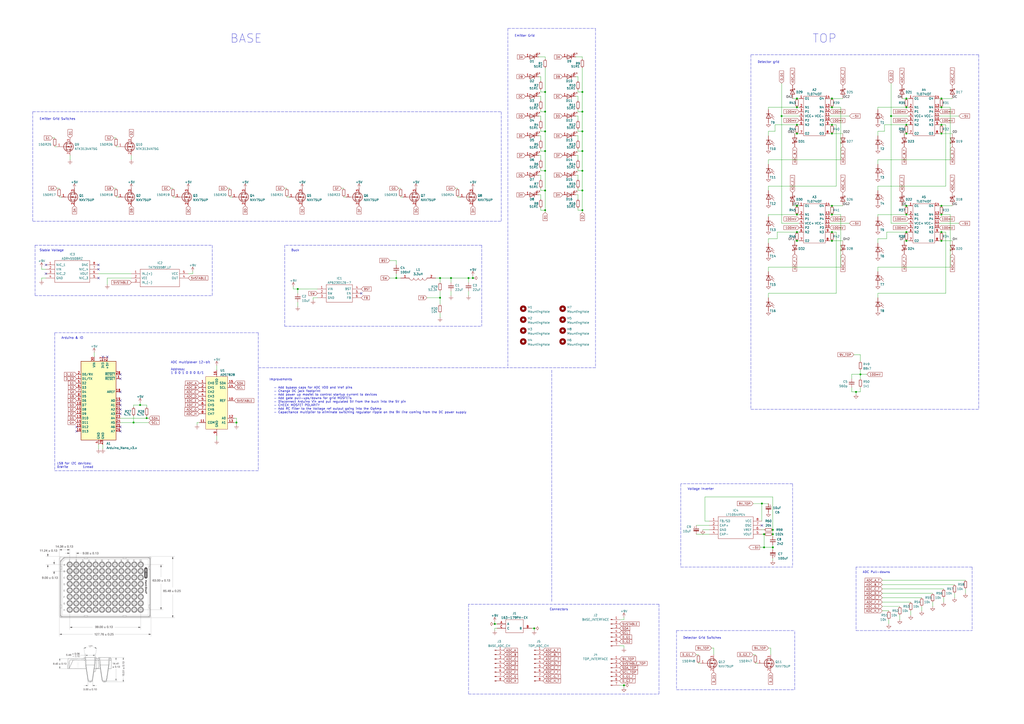
<source format=kicad_sch>
(kicad_sch (version 20211123) (generator eeschema)
  (paper "A2")
  (title_block (title "OPSpec Photodiode Test") (company "Sachit Kshatriya"))
  (junction (at 316.23 121.92))
  (junction (at 546.1 57.15))
  (junction (at 525.78 139.7))
  (junction (at 499.11 217.17))
  (junction (at 462.28 124.46))
  (junction (at 525.78 62.23))
  (junction (at 462.28 72.39))
  (junction (at 337.82 99.06))
  (junction (at 316.23 87.63))
  (junction (at 77.47 245.11))
  (junction (at 261.62 161.29))
  (junction (at 482.6 72.39))
  (junction (at 546.1 134.62))
  (junction (at 441.96 292.1))
  (junction (at 337.82 64.77))
  (junction (at 85.09 242.57))
  (junction (at 482.6 57.15))
  (junction (at 255.27 172.72))
  (junction (at 453.39 67.31))
  (junction (at 462.28 62.23))
  (junction (at 462.28 57.15))
  (junction (at 482.6 124.46))
  (junction (at 287.02 361.95))
  (junction (at 443.23 309.88))
  (junction (at 337.82 110.49))
  (junction (at 337.82 53.34))
  (junction (at 255.27 161.29))
  (junction (at 525.78 77.47))
  (junction (at 462.28 134.62))
  (junction (at 516.89 67.31))
  (junction (at 482.6 77.47))
  (junction (at 462.28 139.7))
  (junction (at 443.23 317.5))
  (junction (at 482.6 134.62))
  (junction (at 361.95 397.51))
  (junction (at 482.6 119.38))
  (junction (at 525.78 57.15))
  (junction (at 229.87 161.29))
  (junction (at 448.31 317.5))
  (junction (at 316.23 99.06))
  (junction (at 337.82 87.63))
  (junction (at 546.1 139.7))
  (junction (at 337.82 121.92))
  (junction (at 546.1 119.38))
  (junction (at 316.23 64.77))
  (junction (at 482.6 62.23))
  (junction (at 546.1 124.46))
  (junction (at 316.23 110.49))
  (junction (at 546.1 72.39))
  (junction (at 316.23 76.2))
  (junction (at 337.82 76.2))
  (junction (at 525.78 72.39))
  (junction (at 546.1 77.47))
  (junction (at 271.78 161.29))
  (junction (at 525.78 134.62))
  (junction (at 482.6 139.7))
  (junction (at 172.72 167.64))
  (junction (at 462.28 77.47))
  (junction (at 462.28 119.38))
  (junction (at 525.78 119.38))
  (junction (at 137.16 245.11))
  (junction (at 448.31 309.88))
  (junction (at 496.57 227.33))
  (junction (at 525.78 124.46))
  (junction (at 274.32 161.29))
  (junction (at 448.31 307.34))
  (junction (at 81.28 234.95))
  (junction (at 546.1 62.23))
  (junction (at 316.23 53.34))
  (junction (at 309.88 364.49))
  (no_connect (at 44.45 247.65))
  (no_connect (at 69.85 227.33))
  (no_connect (at 62.23 207.01))
  (no_connect (at 441.96 304.8))
  (no_connect (at 209.55 170.18))
  (no_connect (at 69.85 250.19))
  (no_connect (at 57.15 161.29))
  (no_connect (at 69.85 232.41))
  (no_connect (at 69.85 217.17))
  (no_connect (at 26.67 153.67))
  (no_connect (at 59.69 207.01))
  (no_connect (at 57.15 156.21))
  (no_connect (at 69.85 237.49))
  (no_connect (at 57.15 153.67))
  (no_connect (at 69.85 240.03))
  (no_connect (at 69.85 234.95))
  (no_connect (at 69.85 219.71))
  (no_connect (at 26.67 158.75))
  (no_connect (at 44.45 250.19))
  (no_connect (at 69.85 247.65))
  (wire (pts (xy 482.6 62.23) (xy 481.33 62.23)))
  (polyline (pts (xy 435.61 31.75) (xy 435.61 237.49)))
  (wire (pts (xy 81.28 234.95) (xy 85.09 234.95)))
  (wire (pts (xy 445.77 62.23) (xy 462.28 62.23)))
  (wire (pts (xy 445.77 154.94) (xy 487.68 154.94)))
  (wire (pts (xy 57.15 158.75) (xy 76.2 158.75)))
  (wire (pts (xy 551.18 124.46) (xy 551.18 154.94)))
  (wire (pts (xy 313.69 113.03) (xy 313.69 115.57)))
  (wire (pts (xy 511.81 349.25) (xy 528.32 349.25)))
  (polyline (pts (xy 19.05 64.77) (xy 290.83 64.77)))
  (wire (pts (xy 528.32 354.33) (xy 528.32 356.87)))
  (wire (pts (xy 445.77 138.43) (xy 450.85 138.43)))
  (wire (pts (xy 335.28 87.63) (xy 337.82 87.63)))
  (wire (pts (xy 445.77 124.46) (xy 462.28 124.46)))
  (wire (pts (xy 313.69 76.2) (xy 316.23 76.2)))
  (wire (pts (xy 86.36 242.57) (xy 85.09 242.57)))
  (wire (pts (xy 62.23 161.29) (xy 76.2 161.29)))
  (wire (pts (xy 335.28 74.93) (xy 335.28 76.2)))
  (wire (pts (xy 482.6 119.38) (xy 488.95 119.38)))
  (wire (pts (xy 313.69 90.17) (xy 313.69 92.71)))
  (wire (pts (xy 69.85 245.11) (xy 77.47 245.11)))
  (wire (pts (xy 229.87 161.29) (xy 232.41 161.29)))
  (wire (pts (xy 482.6 77.47) (xy 488.95 77.47)))
  (wire (pts (xy 114.3 245.11) (xy 115.57 245.11)))
  (wire (pts (xy 170.18 167.64) (xy 172.72 167.64)))
  (wire (pts (xy 313.69 67.31) (xy 313.69 69.85)))
  (wire (pts (xy 77.47 234.95) (xy 81.28 234.95)))
  (wire (pts (xy 172.72 167.64) (xy 184.15 167.64)))
  (wire (pts (xy 525.78 119.38) (xy 527.05 119.38)))
  (wire (pts (xy 556.26 129.54) (xy 544.83 129.54)))
  (wire (pts (xy 509.27 154.94) (xy 551.18 154.94)))
  (wire (pts (xy 313.69 55.88) (xy 313.69 58.42)))
  (wire (pts (xy 525.78 72.39) (xy 527.05 72.39)))
  (wire (pts (xy 487.68 92.71) (xy 487.68 62.23)))
  (wire (pts (xy 525.78 77.47) (xy 527.05 77.47)))
  (wire (pts (xy 337.82 123.19) (xy 337.82 121.92)))
  (wire (pts (xy 335.28 67.31) (xy 335.28 69.85)))
  (wire (pts (xy 334.01 113.03) (xy 335.28 113.03)))
  (wire (pts (xy 335.28 121.92) (xy 335.28 120.65)))
  (wire (pts (xy 408.94 302.26) (xy 408.94 288.29)))
  (polyline (pts (xy 394.97 280.67) (xy 394.97 328.93)))
  (wire (pts (xy 77.47 236.22) (xy 77.47 234.95)))
  (wire (pts (xy 445.77 107.95) (xy 485.14 107.95)))
  (wire (pts (xy 40.64 90.17) (xy 40.64 92.71)))
  (wire (pts (xy 170.18 166.37) (xy 170.18 167.64)))
  (wire (pts (xy 312.42 67.31) (xy 313.69 67.31)))
  (wire (pts (xy 255.27 168.91) (xy 255.27 172.72)))
  (wire (pts (xy 312.42 78.74) (xy 313.69 78.74)))
  (wire (pts (xy 405.13 384.81) (xy 406.4 384.81)))
  (wire (pts (xy 499.11 217.17) (xy 499.11 219.71)))
  (wire (pts (xy 509.27 76.2) (xy 513.08 76.2)))
  (wire (pts (xy 24.13 161.29) (xy 26.67 161.29)))
  (wire (pts (xy 271.78 168.91) (xy 271.78 171.45)))
  (polyline (pts (xy 459.74 280.67) (xy 459.74 328.93)))
  (wire (pts (xy 313.69 53.34) (xy 316.23 53.34)))
  (wire (pts (xy 482.6 134.62) (xy 481.33 134.62)))
  (polyline (pts (xy 345.44 213.36) (xy 294.64 213.36)))
  (wire (pts (xy 462.28 77.47) (xy 463.55 77.47)))
  (polyline (pts (xy 320.04 214.63) (xy 320.04 349.25)))
  (wire (pts (xy 335.28 76.2) (xy 337.82 76.2)))
  (wire (pts (xy 114.3 246.38) (xy 114.3 245.11)))
  (wire (pts (xy 81.28 233.68) (xy 81.28 234.95)))
  (wire (pts (xy 255.27 181.61) (xy 255.27 184.15)))
  (wire (pts (xy 450.85 134.62) (xy 462.28 134.62)))
  (wire (pts (xy 54.61 204.47) (xy 54.61 207.01)))
  (wire (pts (xy 313.69 52.07) (xy 313.69 53.34)))
  (wire (pts (xy 135.89 242.57) (xy 137.16 242.57)))
  (wire (pts (xy 527.05 129.54) (xy 516.89 129.54)))
  (wire (pts (xy 445.77 110.49) (xy 445.77 107.95)))
  (wire (pts (xy 334.01 78.74) (xy 335.28 78.74)))
  (wire (pts (xy 313.69 86.36) (xy 313.69 87.63)))
  (wire (pts (xy 313.69 44.45) (xy 313.69 46.99)))
  (wire (pts (xy 485.14 134.62) (xy 485.14 170.18)))
  (wire (pts (xy 24.13 154.94) (xy 24.13 156.21)))
  (wire (pts (xy 511.81 344.17) (xy 541.02 344.17)))
  (wire (pts (xy 449.58 76.2) (xy 449.58 72.39)))
  (wire (pts (xy 316.23 87.63) (xy 316.23 99.06)))
  (wire (pts (xy 403.86 309.88) (xy 411.48 309.88)))
  (wire (pts (xy 548.64 134.62) (xy 546.1 134.62)))
  (wire (pts (xy 288.29 364.49) (xy 287.02 364.49)))
  (wire (pts (xy 509.27 110.49) (xy 509.27 107.95)))
  (wire (pts (xy 511.81 351.79) (xy 521.97 351.79)))
  (wire (pts (xy 255.27 161.29) (xy 252.73 161.29)))
  (wire (pts (xy 229.87 151.13) (xy 229.87 153.67)))
  (wire (pts (xy 316.23 64.77) (xy 316.23 76.2)))
  (wire (pts (xy 509.27 63.5) (xy 509.27 62.23)))
  (wire (pts (xy 232.41 114.3) (xy 233.68 114.3)))
  (wire (pts (xy 525.78 139.7) (xy 527.05 139.7)))
  (wire (pts (xy 544.83 77.47) (xy 546.1 77.47)))
  (wire (pts (xy 546.1 134.62) (xy 544.83 134.62)))
  (wire (pts (xy 334.01 44.45) (xy 335.28 44.45)))
  (wire (pts (xy 509.27 170.18) (xy 548.64 170.18)))
  (wire (pts (xy 172.72 175.26) (xy 172.72 177.8)))
  (wire (pts (xy 521.97 356.87) (xy 521.97 359.41)))
  (wire (pts (xy 335.28 113.03) (xy 335.28 115.57)))
  (wire (pts (xy 66.04 80.01) (xy 67.31 80.01)))
  (wire (pts (xy 509.27 62.23) (xy 525.78 62.23)))
  (wire (pts (xy 445.77 157.48) (xy 445.77 154.94)))
  (wire (pts (xy 198.12 109.22) (xy 199.39 109.22)))
  (wire (pts (xy 499.11 227.33) (xy 499.11 224.79)))
  (wire (pts (xy 462.28 62.23) (xy 463.55 62.23)))
  (wire (pts (xy 86.36 245.11) (xy 77.47 245.11)))
  (wire (pts (xy 313.69 87.63) (xy 316.23 87.63)))
  (wire (pts (xy 125.73 252.73) (xy 125.73 255.27)))
  (wire (pts (xy 482.6 139.7) (xy 481.33 139.7)))
  (wire (pts (xy 463.55 129.54) (xy 453.39 129.54)))
  (polyline (pts (xy 149.86 213.36) (xy 294.64 213.36)))
  (wire (pts (xy 509.27 157.48) (xy 509.27 154.94)))
  (wire (pts (xy 551.18 92.71) (xy 551.18 62.23)))
  (polyline (pts (xy 392.43 365.76) (xy 461.01 365.76)))
  (wire (pts (xy 541.02 349.25) (xy 541.02 351.79)))
  (wire (pts (xy 447.04 375.92) (xy 447.04 379.73)))
  (wire (pts (xy 335.28 78.74) (xy 335.28 81.28)))
  (polyline (pts (xy 567.69 31.75) (xy 435.61 31.75)))
  (wire (pts (xy 184.15 172.72) (xy 181.61 172.72)))
  (wire (pts (xy 548.64 72.39) (xy 548.64 107.95)))
  (wire (pts (xy 511.81 336.55) (xy 560.07 336.55)))
  (wire (pts (xy 453.39 48.26) (xy 453.39 67.31)))
  (wire (pts (xy 334.01 101.6) (xy 335.28 101.6)))
  (polyline (pts (xy 19.05 64.77) (xy 19.05 128.27)))
  (wire (pts (xy 453.39 129.54) (xy 453.39 67.31)))
  (wire (pts (xy 525.78 57.15) (xy 527.05 57.15)))
  (polyline (pts (xy 563.88 328.93) (xy 496.57 328.93)))
  (wire (pts (xy 287.02 364.49) (xy 287.02 365.76)))
  (wire (pts (xy 57.15 257.81) (xy 57.15 260.35)))
  (wire (pts (xy 548.64 72.39) (xy 546.1 72.39)))
  (wire (pts (xy 462.28 139.7) (xy 463.55 139.7)))
  (wire (pts (xy 361.95 398.78) (xy 361.95 397.51)))
  (polyline (pts (xy 563.88 328.93) (xy 563.88 365.76)))
  (wire (pts (xy 335.28 109.22) (xy 335.28 110.49)))
  (wire (pts (xy 100.33 114.3) (xy 101.6 114.3)))
  (wire (pts (xy 514.35 134.62) (xy 525.78 134.62)))
  (wire (pts (xy 313.69 101.6) (xy 313.69 104.14)))
  (wire (pts (xy 59.69 257.81) (xy 59.69 260.35)))
  (wire (pts (xy 77.47 241.3) (xy 77.47 245.11)))
  (wire (pts (xy 335.28 99.06) (xy 337.82 99.06)))
  (wire (pts (xy 312.42 55.88) (xy 313.69 55.88)))
  (wire (pts (xy 509.27 92.71) (xy 551.18 92.71)))
  (wire (pts (xy 226.06 161.29) (xy 229.87 161.29)))
  (wire (pts (xy 459.74 57.15) (xy 462.28 57.15)))
  (wire (pts (xy 335.28 121.92) (xy 337.82 121.92)))
  (wire (pts (xy 247.65 172.72) (xy 255.27 172.72)))
  (wire (pts (xy 265.43 114.3) (xy 266.7 114.3)))
  (wire (pts (xy 511.81 341.63) (xy 547.37 341.63)))
  (wire (pts (xy 361.95 359.41) (xy 359.41 359.41)))
  (polyline (pts (xy 294.64 16.51) (xy 294.64 213.36)))
  (wire (pts (xy 548.64 134.62) (xy 548.64 170.18)))
  (wire (pts (xy 551.18 124.46) (xy 546.1 124.46)))
  (wire (pts (xy 509.27 138.43) (xy 514.35 138.43)))
  (wire (pts (xy 133.35 114.3) (xy 134.62 114.3)))
  (wire (pts (xy 335.28 52.07) (xy 335.28 53.34)))
  (wire (pts (xy 24.13 156.21) (xy 26.67 156.21)))
  (wire (pts (xy 462.28 57.15) (xy 463.55 57.15)))
  (wire (pts (xy 137.16 245.11) (xy 137.16 246.38)))
  (wire (pts (xy 513.08 72.39) (xy 525.78 72.39)))
  (wire (pts (xy 496.57 228.6) (xy 496.57 227.33)))
  (wire (pts (xy 553.72 344.17) (xy 553.72 346.71)))
  (wire (pts (xy 313.69 64.77) (xy 316.23 64.77)))
  (wire (pts (xy 445.77 375.92) (xy 447.04 375.92)))
  (wire (pts (xy 66.04 109.22) (xy 67.31 109.22)))
  (wire (pts (xy 511.81 346.71) (xy 534.67 346.71)))
  (wire (pts (xy 515.62 359.41) (xy 515.62 361.95)))
  (wire (pts (xy 450.85 138.43) (xy 450.85 134.62)))
  (wire (pts (xy 361.95 374.65) (xy 361.95 375.92)))
  (polyline (pts (xy 19.05 128.27) (xy 290.83 128.27)))
  (wire (pts (xy 445.77 125.73) (xy 445.77 124.46)))
  (wire (pts (xy 337.82 110.49) (xy 337.82 121.92)))
  (wire (pts (xy 482.6 57.15) (xy 488.95 57.15)))
  (wire (pts (xy 226.06 151.13) (xy 229.87 151.13)))
  (wire (pts (xy 287.02 361.95) (xy 288.29 361.95)))
  (wire (pts (xy 261.62 161.29) (xy 261.62 163.83)))
  (wire (pts (xy 487.68 124.46) (xy 482.6 124.46)))
  (wire (pts (xy 337.82 33.02) (xy 337.82 34.29)))
  (wire (pts (xy 313.69 121.92) (xy 313.69 120.65)))
  (polyline (pts (xy 392.43 365.76) (xy 392.43 400.05)))
  (wire (pts (xy 316.23 76.2) (xy 316.23 87.63)))
  (wire (pts (xy 316.23 39.37) (xy 316.23 53.34)))
  (wire (pts (xy 411.48 302.26) (xy 408.94 302.26)))
  (wire (pts (xy 274.32 160.02) (xy 274.32 161.29)))
  (wire (pts (xy 494.03 217.17) (xy 499.11 217.17)))
  (wire (pts (xy 482.6 124.46) (xy 481.33 124.46)))
  (wire (pts (xy 337.82 53.34) (xy 337.82 64.77)))
  (wire (pts (xy 509.27 107.95) (xy 548.64 107.95)))
  (wire (pts (xy 137.16 242.57) (xy 137.16 245.11)))
  (wire (pts (xy 111.76 158.75) (xy 109.22 158.75)))
  (wire (pts (xy 403.86 304.8) (xy 411.48 304.8)))
  (polyline (pts (xy 394.97 328.93) (xy 459.74 328.93)))
  (wire (pts (xy 337.82 76.2) (xy 337.82 87.63)))
  (wire (pts (xy 448.31 309.88) (xy 448.31 311.15)))
  (wire (pts (xy 482.6 72.39) (xy 481.33 72.39)))
  (wire (pts (xy 495.3 205.74) (xy 499.11 205.74)))
  (polyline (pts (xy 294.64 16.51) (xy 345.44 16.51)))
  (wire (pts (xy 334.01 55.88) (xy 335.28 55.88)))
  (wire (pts (xy 85.09 241.3) (xy 85.09 242.57)))
  (wire (pts (xy 560.07 341.63) (xy 560.07 344.17)))
  (wire (pts (xy 414.02 375.92) (xy 414.02 379.73)))
  (wire (pts (xy 448.31 323.85) (xy 448.31 325.12)))
  (wire (pts (xy 546.1 77.47) (xy 552.45 77.47)))
  (wire (pts (xy 509.27 172.72) (xy 509.27 170.18)))
  (wire (pts (xy 335.28 110.49) (xy 337.82 110.49)))
  (wire (pts (xy 316.23 53.34) (xy 316.23 64.77)))
  (wire (pts (xy 448.31 316.23) (xy 448.31 317.5)))
  (wire (pts (xy 546.1 124.46) (xy 544.83 124.46)))
  (wire (pts (xy 443.23 309.88) (xy 443.23 317.5)))
  (wire (pts (xy 312.42 44.45) (xy 313.69 44.45)))
  (wire (pts (xy 445.77 172.72) (xy 445.77 170.18)))
  (wire (pts (xy 445.77 76.2) (xy 449.58 76.2)))
  (wire (pts (xy 309.88 364.49) (xy 308.61 364.49)))
  (wire (pts (xy 511.81 339.09) (xy 553.72 339.09)))
  (wire (pts (xy 445.77 95.25) (xy 445.77 92.71)))
  (wire (pts (xy 485.14 72.39) (xy 485.14 107.95)))
  (polyline (pts (xy 496.57 365.76) (xy 563.88 365.76)))
  (wire (pts (xy 359.41 374.65) (xy 361.95 374.65)))
  (wire (pts (xy 525.78 62.23) (xy 527.05 62.23)))
  (wire (pts (xy 135.89 245.11) (xy 137.16 245.11)))
  (wire (pts (xy 85.09 234.95) (xy 85.09 236.22)))
  (wire (pts (xy 485.14 72.39) (xy 482.6 72.39)))
  (wire (pts (xy 546.1 62.23) (xy 544.83 62.23)))
  (wire (pts (xy 312.42 113.03) (xy 313.69 113.03)))
  (wire (pts (xy 172.72 167.64) (xy 172.72 170.18)))
  (wire (pts (xy 492.76 129.54) (xy 481.33 129.54)))
  (wire (pts (xy 337.82 39.37) (xy 337.82 53.34)))
  (wire (pts (xy 514.35 138.43) (xy 514.35 134.62)))
  (wire (pts (xy 334.01 33.02) (xy 337.82 33.02)))
  (wire (pts (xy 445.77 170.18) (xy 485.14 170.18)))
  (polyline (pts (xy 279.4 142.24) (xy 279.4 189.23)))
  (wire (pts (xy 482.6 139.7) (xy 488.95 139.7)))
  (wire (pts (xy 461.01 77.47) (xy 462.28 77.47)))
  (wire (pts (xy 261.62 161.29) (xy 271.78 161.29)))
  (wire (pts (xy 499.11 217.17) (xy 502.92 217.17)))
  (wire (pts (xy 546.1 57.15) (xy 552.45 57.15)))
  (wire (pts (xy 255.27 172.72) (xy 255.27 176.53)))
  (wire (pts (xy 316.23 123.19) (xy 316.23 121.92)))
  (wire (pts (xy 487.68 124.46) (xy 487.68 154.94)))
  (wire (pts (xy 335.28 101.6) (xy 335.28 104.14)))
  (wire (pts (xy 361.95 358.14) (xy 361.95 359.41)))
  (wire (pts (xy 335.28 97.79) (xy 335.28 99.06)))
  (wire (pts (xy 527.05 67.31) (xy 516.89 67.31)))
  (wire (pts (xy 361.95 397.51) (xy 359.41 397.51)))
  (wire (pts (xy 335.28 63.5) (xy 335.28 64.77)))
  (wire (pts (xy 509.27 140.97) (xy 509.27 138.43)))
  (wire (pts (xy 181.61 172.72) (xy 181.61 173.99)))
  (wire (pts (xy 462.28 119.38) (xy 463.55 119.38)))
  (wire (pts (xy 441.96 292.1) (xy 441.96 302.26)))
  (wire (pts (xy 494.03 219.71) (xy 494.03 217.17)))
  (wire (pts (xy 312.42 90.17) (xy 313.69 90.17)))
  (wire (pts (xy 462.28 134.62) (xy 463.55 134.62)))
  (wire (pts (xy 546.1 139.7) (xy 552.45 139.7)))
  (wire (pts (xy 524.51 77.47) (xy 525.78 77.47)))
  (wire (pts (xy 76.2 90.17) (xy 76.2 92.71)))
  (wire (pts (xy 482.6 119.38) (xy 481.33 119.38)))
  (wire (pts (xy 309.88 365.76) (xy 309.88 364.49)))
  (wire (pts (xy 499.11 205.74) (xy 499.11 209.55)))
  (polyline (pts (xy 271.78 350.52) (xy 271.78 402.59)))
  (polyline (pts (xy 392.43 400.05) (xy 461.01 400.05)))
  (wire (pts (xy 165.1 109.22) (xy 166.37 109.22)))
  (polyline (pts (xy 382.27 350.52) (xy 271.78 350.52)))
  (wire (pts (xy 546.1 119.38) (xy 544.83 119.38)))
  (polyline (pts (xy 149.86 273.05) (xy 31.75 273.05)))
  (wire (pts (xy 67.31 85.09) (xy 68.58 85.09)))
  (wire (pts (xy 335.28 53.34) (xy 337.82 53.34)))
  (wire (pts (xy 408.94 288.29) (xy 448.31 288.29)))
  (wire (pts (xy 132.08 109.22) (xy 133.35 109.22)))
  (wire (pts (xy 335.28 86.36) (xy 335.28 87.63)))
  (wire (pts (xy 231.14 109.22) (xy 232.41 109.22)))
  (wire (pts (xy 335.28 64.77) (xy 337.82 64.77)))
  (wire (pts (xy 445.77 63.5) (xy 445.77 62.23)))
  (polyline (pts (xy 567.69 31.75) (xy 567.69 237.49)))
  (wire (pts (xy 436.88 292.1) (xy 441.96 292.1)))
  (wire (pts (xy 448.31 288.29) (xy 448.31 307.34)))
  (wire (pts (xy 461.01 139.7) (xy 462.28 139.7)))
  (polyline (pts (xy 123.19 171.45) (xy 123.19 142.24)))
  (wire (pts (xy 487.68 62.23) (xy 482.6 62.23)))
  (wire (pts (xy 312.42 33.02) (xy 316.23 33.02)))
  (wire (pts (xy 524.51 139.7) (xy 525.78 139.7)))
  (wire (pts (xy 546.1 72.39) (xy 544.83 72.39)))
  (wire (pts (xy 436.88 379.73) (xy 438.15 379.73)))
  (wire (pts (xy 546.1 139.7) (xy 544.83 139.7)))
  (wire (pts (xy 313.69 99.06) (xy 316.23 99.06)))
  (wire (pts (xy 499.11 214.63) (xy 499.11 217.17)))
  (wire (pts (xy 67.31 114.3) (xy 68.58 114.3)))
  (wire (pts (xy 125.73 212.09) (xy 125.73 214.63)))
  (wire (pts (xy 337.82 99.06) (xy 337.82 110.49)))
  (wire (pts (xy 313.69 109.22) (xy 313.69 110.49)))
  (wire (pts (xy 334.01 67.31) (xy 335.28 67.31)))
  (wire (pts (xy 443.23 317.5) (xy 448.31 317.5)))
  (polyline (pts (xy 279.4 142.24) (xy 165.1 142.24)))
  (wire (pts (xy 24.13 162.56) (xy 24.13 161.29)))
  (wire (pts (xy 337.82 87.63) (xy 337.82 99.06)))
  (wire (pts (xy 463.55 67.31) (xy 453.39 67.31)))
  (wire (pts (xy 509.27 125.73) (xy 509.27 124.46)))
  (wire (pts (xy 546.1 119.38) (xy 552.45 119.38)))
  (wire (pts (xy 509.27 124.46) (xy 525.78 124.46)))
  (wire (pts (xy 30.48 80.01) (xy 31.75 80.01)))
  (wire (pts (xy 459.74 119.38) (xy 462.28 119.38)))
  (wire (pts (xy 261.62 168.91) (xy 261.62 171.45)))
  (wire (pts (xy 316.23 99.06) (xy 316.23 110.49)))
  (wire (pts (xy 546.1 57.15) (xy 544.83 57.15)))
  (wire (pts (xy 166.37 114.3) (xy 167.64 114.3)))
  (wire (pts (xy 271.78 161.29) (xy 274.32 161.29)))
  (wire (pts (xy 111.76 157.48) (xy 111.76 158.75)))
  (wire (pts (xy 448.31 307.34) (xy 448.31 309.88)))
  (polyline (pts (xy 461.01 400.05) (xy 461.01 365.76)))
  (polyline (pts (xy 165.1 189.23) (xy 279.4 189.23)))
  (polyline (pts (xy 459.74 280.67) (xy 394.97 280.67)))
  (wire (pts (xy 523.24 57.15) (xy 525.78 57.15)))
  (wire (pts (xy 509.27 95.25) (xy 509.27 92.71)))
  (wire (pts (xy 496.57 227.33) (xy 494.03 227.33)))
  (wire (pts (xy 481.33 77.47) (xy 482.6 77.47)))
  (wire (pts (xy 312.42 101.6) (xy 313.69 101.6)))
  (wire (pts (xy 534.67 351.79) (xy 534.67 354.33)))
  (polyline (pts (xy 20.32 142.24) (xy 123.19 142.24)))
  (wire (pts (xy 335.28 44.45) (xy 335.28 46.99)))
  (wire (pts (xy 525.78 124.46) (xy 527.05 124.46)))
  (wire (pts (xy 556.26 67.31) (xy 544.83 67.31)))
  (wire (pts (xy 69.85 242.57) (xy 85.09 242.57)))
  (wire (pts (xy 33.02 109.22) (xy 34.29 109.22)))
  (wire (pts (xy 287.02 360.68) (xy 287.02 361.95)))
  (wire (pts (xy 313.69 110.49) (xy 316.23 110.49)))
  (wire (pts (xy 445.77 78.74) (xy 445.77 76.2)))
  (polyline (pts (xy 496.57 328.93) (xy 496.57 365.76)))
  (polyline (pts (xy 435.61 237.49) (xy 567.69 237.49)))
  (wire (pts (xy 499.11 227.33) (xy 496.57 227.33)))
  (wire (pts (xy 523.24 119.38) (xy 525.78 119.38)))
  (polyline (pts (xy 31.75 193.04) (xy 149.86 193.04)))
  (wire (pts (xy 412.75 375.92) (xy 414.02 375.92)))
  (wire (pts (xy 313.69 78.74) (xy 313.69 81.28)))
  (wire (pts (xy 316.23 110.49) (xy 316.23 121.92)))
  (wire (pts (xy 337.82 64.77) (xy 337.82 76.2)))
  (wire (pts (xy 547.37 346.71) (xy 547.37 349.25)))
  (polyline (pts (xy 271.78 402.59) (xy 382.27 402.59)))
  (wire (pts (xy 509.27 78.74) (xy 509.27 76.2)))
  (wire (pts (xy 492.76 67.31) (xy 481.33 67.31)))
  (wire (pts (xy 513.08 76.2) (xy 513.08 72.39)))
  (wire (pts (xy 407.67 307.34) (xy 411.48 307.34)))
  (wire (pts (xy 255.27 161.29) (xy 255.27 163.83)))
  (wire (pts (xy 525.78 134.62) (xy 527.05 134.62)))
  (wire (pts (xy 449.58 72.39) (xy 462.28 72.39)))
  (wire (pts (xy 441.96 307.34) (xy 443.23 307.34)))
  (wire (pts (xy 494.03 227.33) (xy 494.03 224.79)))
  (wire (pts (xy 313.69 63.5) (xy 313.69 64.77)))
  (wire (pts (xy 445.77 92.71) (xy 487.68 92.71)))
  (wire (pts (xy 511.81 354.33) (xy 515.62 354.33)))
  (wire (pts (xy 462.28 72.39) (xy 463.55 72.39)))
  (wire (pts (xy 62.23 165.1) (xy 62.23 161.29)))
  (wire (pts (xy 445.77 140.97) (xy 445.77 138.43)))
  (wire (pts (xy 229.87 158.75) (xy 229.87 161.29)))
  (wire (pts (xy 334.01 90.17) (xy 335.28 90.17)))
  (polyline (pts (xy 20.32 171.45) (xy 123.19 171.45)))
  (wire (pts (xy 316.23 33.02) (xy 316.23 34.29)))
  (wire (pts (xy 313.69 121.92) (xy 316.23 121.92)))
  (wire (pts (xy 551.18 62.23) (xy 546.1 62.23)))
  (wire (pts (xy 264.16 109.22) (xy 265.43 109.22)))
  (wire (pts (xy 516.89 48.26) (xy 516.89 67.31)))
  (wire (pts (xy 403.86 379.73) (xy 405.13 379.73)))
  (wire (pts (xy 441.96 309.88) (xy 443.23 309.88)))
  (wire (pts (xy 482.6 57.15) (xy 481.33 57.15)))
  (polyline (pts (xy 382.27 350.52) (xy 382.27 402.59)))
  (wire (pts (xy 99.06 109.22) (xy 100.33 109.22)))
  (wire (pts (xy 255.27 161.29) (xy 261.62 161.29)))
  (wire (pts (xy 335.28 90.17) (xy 335.28 92.71)))
  (polyline (pts (xy 165.1 142.24) (xy 165.1 189.23)))
  (wire (pts (xy 448.31 317.5) (xy 448.31 318.77)))
  (wire (pts (xy 335.28 55.88) (xy 335.28 58.42)))
  (wire (pts (xy 441.96 292.1) (xy 445.77 292.1)))
  (wire (pts (xy 271.78 163.83) (xy 271.78 161.29)))
  (wire (pts (xy 34.29 114.3) (xy 35.56 114.3)))
  (polyline (pts (xy 290.83 128.27) (xy 290.83 64.77)))
  (wire (pts (xy 313.69 97.79) (xy 313.69 99.06)))
  (polyline (pts (xy 345.44 16.51) (xy 345.44 213.36)))
  (wire (pts (xy 516.89 129.54) (xy 516.89 67.31)))
  (wire (pts (xy 462.28 124.46) (xy 463.55 124.46)))
  (wire (pts (xy 438.15 384.81) (xy 439.42 384.81)))
  (polyline (pts (xy 20.32 142.24) (xy 20.32 171.45)))
  (wire (pts (xy 485.14 134.62) (xy 482.6 134.62)))
  (wire (pts (xy 440.69 317.5) (xy 443.23 317.5)))
  (polyline (pts (xy 31.75 193.04) (xy 31.75 273.05)))
  (polyline (pts (xy 149.86 193.04) (xy 149.86 273.05)))
  (wire (pts (xy 313.69 74.93) (xy 313.69 76.2)))
  (wire (pts (xy 199.39 114.3) (xy 200.66 114.3)))
  (wire (pts (xy 31.75 85.09) (xy 33.02 85.09)))
  (image (at 62.23 358.14) (scale 1.90167))
  (text "ADC multiplexer 12-bit\n\nAddress:\n1 0 0 1 0 0 0 0/1" (at 99.06 217.17 0) (effects (font (size 1.27 1.27)) (justify left bottom)))
  (text "Arduino & IO" (at 35.56 196.85 0) (effects (font (size 1.27 1.27)) (justify left bottom)))
  (text "Connectors" (at 318.77 354.33 0) (effects (font (size 1.27 1.27)) (justify left bottom)))
  (text "ADC Pull-downs\n" (at 500.38 332.74 0) (effects (font (size 1.27 1.27)) (justify left bottom)))
  (text "Detector Grid Switches" (at 396.24 370.84 0) (effects (font (size 1.27 1.27)) (justify left bottom)))
  (text "Emitter Grid Switches" (at 22.86 69.85 0) (effects (font (size 1.27 1.27)) (justify left bottom)))
  (text "- Add bypass caps for ADC VDD and Vref pins\n- Change DC jack footprint\n- Add power up mosfet to control startup current to devices\n- Add gate pull-ups/downs for grid MOSFETs\n- Disconnect Arduino Vin and put regulated 5V from the buck into the 5V pin\n- CHECK MOSFET POLARITY\n- Add RC filter to the Voltage ref output going into the OpAmp\n- Capacitance multiplier to eliminate switching regulator ripple on the 9V line coming from the DC power supply" (at 158.75 240.03 0) (effects (font (size 1.27 1.27)) (justify left bottom)))
  (text "Detector grid" (at 439.42 36.83 0) (effects (font (size 1.27 1.27)) (justify left bottom)))
  (text "TOP" (at 471.17 25.4 0) (effects (font (size 5 5)) (justify left bottom)))
  (text "BASE " (at 133.35 25.4 0) (effects (font (size 5 5)) (justify left bottom)))
  (text "Buck" (at 168.91 146.05 0) (effects (font (size 1.27 1.27)) (justify left bottom)))
  (text "Improvements" (at 156.21 220.98 0) (effects (font (size 1.27 1.27)) (justify left bottom)))
  (text "Voltage Inverter" (at 398.78 284.48 0) (effects (font (size 1.27 1.27)) (justify left bottom)))
  (text "LSB for I2C devices:\n0:Write		1:read" (at 33.02 271.78 0) (effects (font (size 1.27 1.27)) (justify left bottom)))
  (text "Emitter Grid" (at 298.45 21.59 0) (effects (font (size 1.27 1.27)) (justify left bottom)))
  (text "Stable Voltage" (at 22.86 146.05 0) (effects (font (size 1.27 1.27)) (justify left bottom)))
  (label "OE" (at 523.24 119.38 0))
  (label "OB2" (at 461.01 77.47 180))
  (label "OE2" (at 459.74 119.38 0))
  (label "OA2" (at 459.74 57.15 180))
  (label "OC" (at 552.45 57.15 0))
  (label "OB" (at 524.51 77.47 180))
  (label "OH2" (at 488.95 139.7 0))
  (label "OH" (at 552.45 139.7 0))
  (label "OD2" (at 488.95 77.47 0))
  (label "OD" (at 552.45 77.47 0))
  (label "OG2" (at 488.95 119.38 0))
  (label "OF" (at 524.51 139.7 180))
  (label "OA" (at 523.24 57.15 180))
  (label "OC2" (at 488.95 57.15 0))
  (label "OF2" (at 461.01 139.7 180))
  (label "OG" (at 552.45 119.38 0))
  (global_label "BST" (shape input) (at 226.06 151.13 180) (property "Intersheet References" "${INTERSHEET_REFS}" (effects hide)))
  (global_label "DD" (shape input) (at 326.39 67.31 180) (property "Intersheet References" "${INTERSHEET_REFS}" (effects hide)))
  (global_label "ADC_B" (shape input) (at 115.57 224.79 180) (property "Intersheet References" "${INTERSHEET_REFS}" (effects hide)))
  (global_label "ADC_A_T" (shape input) (at 314.96 377.19 0) (property "Intersheet References" "${INTERSHEET_REFS}" (effects hide)))
  (global_label "100mV" (shape input) (at 544.83 69.85 0) (property "Intersheet References" "${INTERSHEET_REFS}" (effects hide)))
  (global_label "SDA" (shape input) (at 359.41 364.49 0) (property "Intersheet References" "${INTERSHEET_REFS}" (effects hide)))
  (global_label "DB" (shape input) (at 76.2 119.38 270) (property "Intersheet References" "${INTERSHEET_REFS}" (effects hide)))
  (global_label "BST" (shape input) (at 209.55 167.64 0) (property "Intersheet References" "${INTERSHEET_REFS}" (effects hide)))
  (global_label "D_G2_T" (shape input) (at 436.88 379.73 180) (property "Intersheet References" "${INTERSHEET_REFS}" (effects hide)))
  (global_label "ADC_B_T" (shape input) (at 314.96 379.73 0) (property "Intersheet References" "${INTERSHEET_REFS}" (effects hide)))
  (global_label "ADC_A_T" (shape input) (at 459.74 49.53 90) (property "Intersheet References" "${INTERSHEET_REFS}" (effects hide)))
  (global_label "SCL" (shape input) (at 359.41 367.03 0) (property "Intersheet References" "${INTERSHEET_REFS}" (effects hide)))
  (global_label "100mV" (shape input) (at 481.33 69.85 0) (property "Intersheet References" "${INTERSHEET_REFS}" (effects hide)))
  (global_label "D_D2" (shape input) (at 447.04 389.89 270) (property "Intersheet References" "${INTERSHEET_REFS}" (effects hide)))
  (global_label "ADC_H" (shape input) (at 115.57 240.03 180) (property "Intersheet References" "${INTERSHEET_REFS}" (effects hide)))
  (global_label "DG" (shape input) (at 326.39 101.6 180) (property "Intersheet References" "${INTERSHEET_REFS}" (effects hide)))
  (global_label "SW" (shape input) (at 226.06 161.29 180) (property "Intersheet References" "${INTERSHEET_REFS}" (effects hide)))
  (global_label "ADC_D_T" (shape input) (at 511.81 344.17 180) (property "Intersheet References" "${INTERSHEET_REFS}" (effects hide)))
  (global_label "5VSTABLE" (shape input) (at 359.41 361.95 0) (property "Intersheet References" "${INTERSHEET_REFS}" (effects hide)))
  (global_label "ADC_H_T" (shape input) (at 488.95 147.32 270) (property "Intersheet References" "${INTERSHEET_REFS}" (effects hide)))
  (global_label "GD" (shape input) (at 44.45 234.95 180) (property "Intersheet References" "${INTERSHEET_REFS}" (effects hide)))
  (global_label "FB" (shape input) (at 247.65 172.72 180) (property "Intersheet References" "${INTERSHEET_REFS}" (effects hide)))
  (global_label "100mV" (shape input) (at 481.33 127 0) (property "Intersheet References" "${INTERSHEET_REFS}" (effects hide)))
  (global_label "ADC_F_T" (shape input) (at 511.81 349.25 180) (property "Intersheet References" "${INTERSHEET_REFS}" (effects hide)))
  (global_label "ADC_F" (shape input) (at 292.1 389.89 0) (property "Intersheet References" "${INTERSHEET_REFS}" (effects hide)))
  (global_label "DE" (shape input) (at 175.26 119.38 270) (property "Intersheet References" "${INTERSHEET_REFS}" (effects hide)))
  (global_label "D1" (shape input) (at 316.23 123.19 270) (property "Intersheet References" "${INTERSHEET_REFS}" (effects hide)))
  (global_label "GH" (shape input) (at 44.45 245.11 180) (property "Intersheet References" "${INTERSHEET_REFS}" (effects hide)))
  (global_label "ADC_G" (shape input) (at 292.1 392.43 0) (property "Intersheet References" "${INTERSHEET_REFS}" (effects hide)))
  (global_label "ADC_C_T" (shape input) (at 488.95 49.53 90) (property "Intersheet References" "${INTERSHEET_REFS}" (effects hide)))
  (global_label "100mV" (shape input) (at 544.83 64.77 0) (property "Intersheet References" "${INTERSHEET_REFS}" (effects hide)))
  (global_label "ADC_D" (shape input) (at 115.57 229.87 180) (property "Intersheet References" "${INTERSHEET_REFS}" (effects hide)))
  (global_label "ADC_E_T" (shape input) (at 523.24 111.76 90) (property "Intersheet References" "${INTERSHEET_REFS}" (effects hide)))
  (global_label "GB" (shape input) (at 66.04 109.22 180) (property "Intersheet References" "${INTERSHEET_REFS}" (effects hide)))
  (global_label "ADC_G_T" (shape input) (at 552.45 111.76 90) (property "Intersheet References" "${INTERSHEET_REFS}" (effects hide)))
  (global_label "SCL" (shape input) (at 135.89 224.79 0) (property "Intersheet References" "${INTERSHEET_REFS}" (effects hide)))
  (global_label "ADC_E" (shape input) (at 292.1 387.35 0) (property "Intersheet References" "${INTERSHEET_REFS}" (effects hide)))
  (global_label "ADC_H" (shape input) (at 292.1 394.97 0) (property "Intersheet References" "${INTERSHEET_REFS}" (effects hide)))
  (global_label "-5V" (shape output) (at 440.69 317.5 180) (property "Intersheet References" "${INTERSHEET_REFS}" (effects hide)))
  (global_label "ADC_C" (shape input) (at 115.57 227.33 180) (property "Intersheet References" "${INTERSHEET_REFS}" (effects hide)))
  (global_label "ADC_F" (shape input) (at 115.57 234.95 180) (property "Intersheet References" "${INTERSHEET_REFS}" (effects hide)))
  (global_label "DH" (shape input) (at 274.32 119.38 270) (property "Intersheet References" "${INTERSHEET_REFS}" (effects hide)))
  (global_label "ADC_C" (shape input) (at 292.1 382.27 0) (property "Intersheet References" "${INTERSHEET_REFS}" (effects hide)))
  (global_label "DA" (shape input) (at 43.18 119.38 270) (property "Intersheet References" "${INTERSHEET_REFS}" (effects hide)))
  (global_label "D_G1" (shape input) (at 44.45 217.17 180) (property "Intersheet References" "${INTERSHEET_REFS}" (effects hide)))
  (global_label "ADC_B_T" (shape input) (at 524.51 85.09 270) (property "Intersheet References" "${INTERSHEET_REFS}" (effects hide)))
  (global_label "DG" (shape input) (at 241.3 119.38 270) (property "Intersheet References" "${INTERSHEET_REFS}" (effects hide)))
  (global_label "D_G2_T" (shape input) (at 359.41 394.97 0) (property "Intersheet References" "${INTERSHEET_REFS}" (effects hide)))
  (global_label "100mV" (shape input) (at 527.05 64.77 180) (property "Intersheet References" "${INTERSHEET_REFS}" (effects hide)))
  (global_label "-5V" (shape input) (at 556.26 129.54 0) (property "Intersheet References" "${INTERSHEET_REFS}" (effects hide)))
  (global_label "ADC_F_T" (shape input) (at 461.01 147.32 270) (property "Intersheet References" "${INTERSHEET_REFS}" (effects hide)))
  (global_label "ADC_H_T" (shape input) (at 552.45 147.32 270) (property "Intersheet References" "${INTERSHEET_REFS}" (effects hide)))
  (global_label "GE" (shape input) (at 165.1 109.22 180) (property "Intersheet References" "${INTERSHEET_REFS}" (effects hide)))
  (global_label "DC" (shape input) (at 109.22 119.38 270) (property "Intersheet References" "${INTERSHEET_REFS}" (effects hide)))
  (global_label "G2" (shape input) (at 44.45 224.79 180) (property "Intersheet References" "${INTERSHEET_REFS}" (effects hide)))
  (global_label "100mV" (shape input) (at 463.55 64.77 180) (property "Intersheet References" "${INTERSHEET_REFS}" (effects hide)))
  (global_label "D_D2" (shape input) (at 516.89 48.26 90) (property "Intersheet References" "${INTERSHEET_REFS}" (effects hide)))
  (global_label "GG" (shape input) (at 44.45 242.57 180) (property "Intersheet References" "${INTERSHEET_REFS}" (effects hide)))
  (global_label "G1" (shape input) (at 30.48 80.01 180) (property "Intersheet References" "${INTERSHEET_REFS}" (effects hide)))
  (global_label "ADC_G" (shape input) (at 115.57 237.49 180) (property "Intersheet References" "${INTERSHEET_REFS}" (effects hide)))
  (global_label "ADC_C_T" (shape input) (at 511.81 341.63 180) (property "Intersheet References" "${INTERSHEET_REFS}" (effects hide)))
  (global_label "DA" (shape input) (at 326.39 33.02 180) (property "Intersheet References" "${INTERSHEET_REFS}" (effects hide)))
  (global_label "ADC_B_T" (shape input) (at 461.01 85.09 270) (property "Intersheet References" "${INTERSHEET_REFS}" (effects hide)))
  (global_label "ADC_B_T" (shape input) (at 511.81 339.09 180) (property "Intersheet References" "${INTERSHEET_REFS}" (effects hide)))
  (global_label "D_G1_T" (shape input) (at 403.86 379.73 180) (property "Intersheet References" "${INTERSHEET_REFS}" (effects hide)))
  (global_label "100mV" (shape input) (at 481.33 64.77 0) (property "Intersheet References" "${INTERSHEET_REFS}" (effects hide)))
  (global_label "ADC_D_T" (shape input) (at 552.45 85.09 270) (property "Intersheet References" "${INTERSHEET_REFS}" (effects hide)))
  (global_label "GE" (shape input) (at 44.45 237.49 180) (property "Intersheet References" "${INTERSHEET_REFS}" (effects hide)))
  (global_label "GB" (shape input) (at 44.45 229.87 180) (property "Intersheet References" "${INTERSHEET_REFS}" (effects hide)))
  (global_label "9V_TOP" (shape input) (at 445.77 375.92 180) (property "Intersheet References" "${INTERSHEET_REFS}" (effects hide)))
  (global_label "D_D1" (shape input) (at 414.02 389.89 270) (property "Intersheet References" "${INTERSHEET_REFS}" (effects hide)))
  (global_label "GG" (shape input) (at 231.14 109.22 180) (property "Intersheet References" "${INTERSHEET_REFS}" (effects hide)))
  (global_label "DD" (shape input) (at 142.24 119.38 270) (property "Intersheet References" "${INTERSHEET_REFS}" (effects hide)))
  (global_label "DB" (shape input) (at 304.8 44.45 180) (property "Intersheet References" "${INTERSHEET_REFS}" (effects hide)))
  (global_label "ADC_H_T" (shape input) (at 314.96 394.97 0) (property "Intersheet References" "${INTERSHEET_REFS}" (effects hide)))
  (global_label "DC" (shape input) (at 326.39 55.88 180) (property "Intersheet References" "${INTERSHEET_REFS}" (effects hide)))
  (global_label "100mV" (shape input) (at 463.55 69.85 180) (property "Intersheet References" "${INTERSHEET_REFS}" (effects hide)))
  (global_label "ADC_A_T" (shape input) (at 523.24 49.53 90) (property "Intersheet References" "${INTERSHEET_REFS}" (effects hide)))
  (global_label "GC" (shape input) (at 44.45 232.41 180) (property "Intersheet References" "${INTERSHEET_REFS}" (effects hide)))
  (global_label "ADC_G_T" (shape input) (at 314.96 392.43 0) (property "Intersheet References" "${INTERSHEET_REFS}" (effects hide)))
  (global_label "100mV" (shape input) (at 544.83 132.08 0) (property "Intersheet References" "${INTERSHEET_REFS}" (effects hide)))
  (global_label "D2" (shape input) (at 337.82 123.19 270) (property "Intersheet References" "${INTERSHEET_REFS}" (effects hide)))
  (global_label "ADC_D_T" (shape input) (at 488.95 85.09 270) (property "Intersheet References" "${INTERSHEET_REFS}" (effects hide)))
  (global_label "G1" (shape input) (at 44.45 222.25 180) (property "Intersheet References" "${INTERSHEET_REFS}" (effects hide)))
  (global_label "DF" (shape input) (at 304.8 90.17 180) (property "Intersheet References" "${INTERSHEET_REFS}" (effects hide)))
  (global_label "100mV" (shape input) (at 527.05 69.85 180) (property "Intersheet References" "${INTERSHEET_REFS}" (effects hide)))
  (global_label "SCL_TOP" (shape input) (at 359.41 389.89 0) (property "Intersheet References" "${INTERSHEET_REFS}" (effects hide)))
  (global_label "DH" (shape input) (at 326.39 113.03 180) (property "Intersheet References" "${INTERSHEET_REFS}" (effects hide)))
  (global_label "ADC_F_T" (shape input) (at 314.96 389.89 0) (property "Intersheet References" "${INTERSHEET_REFS}" (effects hide)))
  (global_label "-5V" (shape input) (at 556.26 67.31 0) (property "Intersheet References" "${INTERSHEET_REFS}" (effects hide)))
  (global_label "DD" (shape input) (at 304.8 67.31 180) (property "Intersheet References" "${INTERSHEET_REFS}" (effects hide)))
  (global_label "SDA" (shape input) (at 86.36 242.57 0) (property "Intersheet References" "${INTERSHEET_REFS}" (effects hide)))
  (global_label "G2" (shape input) (at 66.04 80.01 180) (property "Intersheet References" "${INTERSHEET_REFS}" (effects hide)))
  (global_label "ADC_C_T" (shape input) (at 314.96 382.27 0) (property "Intersheet References" "${INTERSHEET_REFS}" (effects hide)))
  (global_label "5VSTABLE" (shape input) (at 135.89 232.41 0) (property "Intersheet References" "${INTERSHEET_REFS}" (effects hide)))
  (global_label "9V_TOP" (shape input) (at 412.75 375.92 180) (property "Intersheet References" "${INTERSHEET_REFS}" (effects hide)))
  (global_label "SCL" (shape input) (at 86.36 245.11 0) (property "Intersheet References" "${INTERSHEET_REFS}" (effects hide)))
  (global_label "ADC_G_T" (shape input) (at 511.81 351.79 180) (property "Intersheet References" "${INTERSHEET_REFS}" (effects hide)))
  (global_label "DH" (shape input) (at 304.8 113.03 180) (property "Intersheet References" "${INTERSHEET_REFS}" (effects hide)))
  (global_label "9V_TOP" (shape input) (at 436.88 292.1 180) (property "Intersheet References" "${INTERSHEET_REFS}" (effects hide)))
  (global_label "D_G2" (shape input) (at 44.45 219.71 180) (property "Intersheet References" "${INTERSHEET_REFS}" (effects hide)))
  (global_label "100mV" (shape input) (at 527.05 127 180) (property "Intersheet References" "${INTERSHEET_REFS}" (effects hide)))
  (global_label "ADC_A" (shape input) (at 292.1 377.19 0) (property "Intersheet References" "${INTERSHEET_REFS}" (effects hide)))
  (global_label "100mV" (shape input) (at 463.55 132.08 180) (property "Intersheet References" "${INTERSHEET_REFS}" (effects hide)))
  (global_label "GF" (shape input) (at 198.12 109.22 180) (property "Intersheet References" "${INTERSHEET_REFS}" (effects hide)))
  (global_label "100mV" (shape input) (at 463.55 127 180) (property "Intersheet References" "${INTERSHEET_REFS}" (effects hide)))
  (global_label "ADC_E_T" (shape input) (at 511.81 346.71 180) (property "Intersheet References" "${INTERSHEET_REFS}" (effects hide)))
  (global_label "9V_TOP" (shape input) (at 495.3 205.74 180) (property "Intersheet References" "${INTERSHEET_REFS}" (effects hide)))
  (global_label "ADC_D" (shape input) (at 292.1 384.81 0) (property "Intersheet References" "${INTERSHEET_REFS}" (effects hide)))
  (global_label "DF" (shape input) (at 326.39 90.17 180) (property "Intersheet References" "${INTERSHEET_REFS}" (effects hide)))
  (global_label "ADC_G_T" (shape input) (at 488.95 111.76 90) (property "Intersheet References" "${INTERSHEET_REFS}" (effects hide)))
  (global_label "ADC_C_T" (shape input) (at 552.45 49.53 90) (property "Intersheet References" "${INTERSHEET_REFS}" (effects hide)))
  (global_label "GC" (shape input) (at 99.06 109.22 180) (property "Intersheet References" "${INTERSHEET_REFS}" (effects hide)))
  (global_label "100mV" (shape input) (at 544.83 127 0) (property "Intersheet References" "${INTERSHEET_REFS}" (effects hide)))
  (global_label "D_G1_T" (shape input) (at 359.41 392.43 0) (property "Intersheet References" "${INTERSHEET_REFS}" (effects hide)))
  (global_label "GA" (shape input) (at 33.02 109.22 180) (property "Intersheet References" "${INTERSHEET_REFS}" (effects hide)))
  (global_label "SDA_TOP" (shape input) (at 359.41 387.35 0) (property "Intersheet References" "${INTERSHEET_REFS}" (effects hide)))
  (global_label "DG" (shape input) (at 304.8 101.6 180) (property "Intersheet References" "${INTERSHEET_REFS}" (effects hide)))
  (global_label "ADC_E" (shape input) (at 115.57 232.41 180) (property "Intersheet References" "${INTERSHEET_REFS}" (effects hide)))
  (global_label "DE" (shape input) (at 304.8 78.74 180) (property "Intersheet References" "${INTERSHEET_REFS}" (effects hide)))
  (global_label "D_G2" (shape input) (at 359.41 372.11 0) (property "Intersheet References" "${INTERSHEET_REFS}" (effects hide)))
  (global_label "ADC_E_T" (shape input) (at 314.96 387.35 0) (property "Intersheet References" "${INTERSHEET_REFS}" (effects hide)))
  (global_label "-5V" (shape input) (at 492.76 129.54 0) (property "Intersheet References" "${INTERSHEET_REFS}" (effects hide)))
  (global_label "GF" (shape input) (at 44.45 240.03 180) (property "Intersheet References" "${INTERSHEET_REFS}" (effects hide)))
  (global_label "SDA" (shape input) (at 135.89 222.25 0) (property "Intersheet References" "${INTERSHEET_REFS}" (effects hide)))
  (global_label "SW" (shape input) (at 184.15 170.18 180) (property "Intersheet References" "${INTERSHEET_REFS}" (effects hide)))
  (global_label "DB" (shape input) (at 326.39 44.45 180) (property "Intersheet References" "${INTERSHEET_REFS}" (effects hide)))
  (global_label "GH" (shape input) (at 264.16 109.22 180) (property "Intersheet References" "${INTERSHEET_REFS}" (effects hide)))
  (global_label "5VSTABLE_TOP" (shape input) (at 359.41 384.81 0) (property "Intersheet References" "${INTERSHEET_REFS}" (effects hide)))
  (global_label "ADC_E_T" (shape input) (at 459.74 111.76 90) (property "Intersheet References" "${INTERSHEET_REFS}" (effects hide)))
  (global_label "GA" (shape input) (at 44.45 227.33 180) (property "Intersheet References" "${INTERSHEET_REFS}" (effects hide)))
  (global_label "DF" (shape input) (at 208.28 119.38 270) (property "Intersheet References" "${INTERSHEET_REFS}" (effects hide)))
  (global_label "ADC_H_T" (shape input) (at 511.81 354.33 180) (property "Intersheet References" "${INTERSHEET_REFS}" (effects hide)))
  (global_label "-5V" (shape input) (at 492.76 67.31 0) (property "Intersheet References" "${INTERSHEET_REFS}" (effects hide)))
  (global_label "FB" (shape input) (at 209.55 172.72 0) (property "Intersheet References" "${INTERSHEET_REFS}" (effects hide)))
  (global_label "D_D1" (shape input) (at 453.39 48.26 90) (property "Intersheet References" "${INTERSHEET_REFS}" (effects hide)))
  (global_label "D2" (shape input) (at 76.2 80.01 90) (property "Intersheet References" "${INTERSHEET_REFS}" (effects hide)))
  (global_label "D1" (shape input) (at 40.64 80.01 90) (property "Intersheet References" "${INTERSHEET_REFS}" (effects hide)))
  (global_label "9V_TOP" (shape input) (at 359.41 382.27 0) (property "Intersheet References" "${INTERSHEET_REFS}" (effects hide)))
  (global_label "GD" (shape input) (at 132.08 109.22 180) (property "Intersheet References" "${INTERSHEET_REFS}" (effects hide)))
  (global_label "ADC_A" (shape input) (at 115.57 222.25 180) (property "Intersheet References" "${INTERSHEET_REFS}" (effects hide)))
  (global_label "ADC_B" (shape input) (at 292.1 379.73 0) (property "Intersheet References" "${INTERSHEET_REFS}" (effects hide)))
  (global_label "100mV" (shape input) (at 527.05 132.08 180) (property "Intersheet References" "${INTERSHEET_REFS}" (effects hide)))
  (global_label "D_G1" (shape input) (at 359.41 369.57 0) (property "Intersheet References" "${INTERSHEET_REFS}" (effects hide)))
  (global_label "DE" (shape input) (at 326.39 78.74 180) (property "Intersheet References" "${INTERSHEET_REFS}" (effects hide)))
  (global_label "DA" (shape input) (at 304.8 33.02 180) (property "Intersheet References" "${INTERSHEET_REFS}" (effects hide)))
  (global_label "100mV" (shape input) (at 502.92 217.17 0) (property "Intersheet References" "${INTERSHEET_REFS}" (effects hide)))
  (global_label "100mV" (shape input) (at 481.33 132.08 0) (property "Intersheet References" "${INTERSHEET_REFS}" (effects hide)))
  (global_label "ADC_D_T" (shape input) (at 314.96 384.81 0) (property "Intersheet References" "${INTERSHEET_REFS}" (effects hide)))
  (global_label "5VSTABLE" (shape input) (at 76.2 163.83 180) (property "Intersheet References" "${INTERSHEET_REFS}" (effects hide)))
  (global_label "ADC_A_T" (shape input) (at 511.81 336.55 180) (property "Intersheet References" "${INTERSHEET_REFS}" (effects hide)))
  (global_label "ADC_F_T" (shape input) (at 524.51 147.32 270) (property "Intersheet References" "${INTERSHEET_REFS}" (effects hide)))
  (global_label "DC" (shape input) (at 304.8 55.88 180) (property "Intersheet References" "${INTERSHEET_REFS}" (effects hide)))
  (global_label "5VSTABLE" (shape input) (at 109.22 161.29 0) (property "Intersheet References" "${INTERSHEET_REFS}" (effects hide)))
  (symbol (lib_id "Device:R_Small") (at 316.23 36.83 0) (mirror x) (unit 1)
    (property "Reference" "R1" (at 314.96 36.83 0) (effects (justify right)))
    (property "Value" "51R1" (at 314.7314 38.5322 0) (effects (justify right)))
    (property "Footprint" "Resistor_SMD:R_0603_1608Metric" (effects hide))
  )
  (symbol (lib_id "power:GND") (at 445.77 180.34 0) (unit 1)
    (property "Reference" "#PWR08" (effects hide))
    (property "Value" "GND" (effects hide))
  )
  (symbol (lib_id "Device:D_Schottky") (at 552.45 53.34 270) (unit 1)
    (property "Reference" "D17" (at 554.482 53.4563 90) (effects (justify left)))
    (property "Value" "RB521S30T5G" (effects hide))
    (property "Footprint" "SamacSys_Parts:SODFL1608X70N" (effects hide))
    (property "Description" "Schottky Diodes & Rectifiers SCHOTTKY DIODE" (effects hide))
    (property "Height" "0.7" (effects hide))
    (property "Mouser Part Number" "863-RB521S30T5G" (effects hide))
    (property "Mouser Price/Stock" "https://www.mouser.co.uk/ProductDetail/onsemi/RB521S30T5G?qs=M3GgpExcU2%2FPpNUGuFHiAQ%3D%3D" (effects hide))
    (property "Manufacturer_Name" "onsemi" (effects hide))
    (property "Manufacturer_Part_Number" "RB521S30T5G" (effects hide))
  )
  (symbol (lib_id "Device:R_Small") (at 67.31 82.55 180) (unit 1)
    (property "Reference" "R26" (at 63.5 83.82 0))
    (property "Value" "150" (at 59.69 83.82 0))
    (property "Footprint" "Resistor_SMD:R_0603_1608Metric" (effects hide))
  )
  (symbol (lib_id "Device:D_Photo") (at 445.77 115.57 270) (unit 1)
    (property "Reference" "T12" (at 448.31 118.11 90))
    (property "Value" "SFH2716 A01" (effects hide))
    (property "Footprint" "SamacSys_Parts:SFH2716" (effects hide))
  )
  (symbol (lib_id "Device:R_Small") (at 335.28 49.53 0) (mirror x) (unit 1)
    (property "Reference" "R10" (at 334.01 49.53 0) (effects (justify right)))
    (property "Value" "51R1" (at 333.7814 51.2322 0) (effects (justify right)))
    (property "Footprint" "Resistor_SMD:R_0603_1608Metric" (effects hide))
  )
  (symbol (lib_id "Device:R_Small") (at 482.6 59.69 0) (unit 1)
    (property "Reference" "R39" (at 485.14 59.69 0))
    (property "Value" "2M55" (effects hide))
    (property "Footprint" "Resistor_SMD:R_0603_1608Metric" (effects hide))
  )
  (symbol (lib_id "LED:GR_JTLPS1.23-G7H4-45-1-150-R33") (at 308.61 113.03 180) (unit 1)
    (property "Reference" "D8" (at 308.61 115.57 0))
    (property "Value" "GR_JTLPS1.23-G7H4-45-1-150-R33" (effects hide))
    (property "Footprint" "SamacSys_Parts:GRJTLPS123G7H4451150R33" (effects hide))
    (property "Description" "High Power LEDs - Single Color Red DURIS E 2835" (effects hide))
    (property "Height" "0.8" (effects hide))
    (property "Mouser Part Number" "720-GRJTLPS123A1052" (effects hide))
    (property "Mouser Price/Stock" "https://www.mouser.co.uk/ProductDetail/OSRAM-Opto-Semiconductors/GR-JTLPS123-G7H4-45-1-150-R33?qs=T94vaHKWudSzDFhf8Pfs5w%3D%3D" (effects hide))
    (property "Manufacturer_Name" "OSRAM" (effects hide))
    (property "Manufacturer_Part_Number" "GR JTLPS1.23-G7H4-45-1-150-R33" (effects hide))
  )
  (symbol (lib_id "LED:GR_JTLPS1.23-G7H4-45-1-150-R33") (at 308.61 55.88 180) (unit 1)
    (property "Reference" "D3" (at 308.61 58.42 0))
    (property "Value" "GR_JTLPS1.23-G7H4-45-1-150-R33" (effects hide))
    (property "Footprint" "SamacSys_Parts:GRJTLPS123G7H4451150R33" (effects hide))
    (property "Description" "High Power LEDs - Single Color Red DURIS E 2835" (effects hide))
    (property "Height" "0.8" (effects hide))
    (property "Mouser Part Number" "720-GRJTLPS123A1052" (effects hide))
    (property "Mouser Price/Stock" "https://www.mouser.co.uk/ProductDetail/OSRAM-Opto-Semiconductors/GR-JTLPS123-G7H4-45-1-150-R33?qs=T94vaHKWudSzDFhf8Pfs5w%3D%3D" (effects hide))
    (property "Manufacturer_Name" "OSRAM" (effects hide))
    (property "Manufacturer_Part_Number" "GR JTLPS1.23-G7H4-45-1-150-R33" (effects hide))
  )
  (symbol (lib_id "power:Earth") (at 125.73 255.27 0) (unit 1)
    (property "Reference" "#PWR032" (effects hide))
    (property "Value" "Earth" (effects hide))
  )
  (symbol (lib_id "Device:D_Schottky") (at 523.24 53.34 270) (unit 1)
    (property "Reference" "D21" (at 525.272 53.4563 90) (effects (justify left)))
    (property "Value" "RB521S30T5G" (effects hide))
    (property "Footprint" "SamacSys_Parts:SODFL1608X70N" (effects hide))
    (property "Description" "Schottky Diodes & Rectifiers SCHOTTKY DIODE" (effects hide))
    (property "Height" "0.7" (effects hide))
    (property "Mouser Part Number" "863-RB521S30T5G" (effects hide))
    (property "Mouser Price/Stock" "https://www.mouser.co.uk/ProductDetail/onsemi/RB521S30T5G?qs=M3GgpExcU2%2FPpNUGuFHiAQ%3D%3D" (effects hide))
    (property "Manufacturer_Name" "onsemi" (effects hide))
    (property "Manufacturer_Part_Number" "RB521S30T5G" (effects hide))
  )
  (symbol (lib_id "Device:D_Photo") (at 445.77 130.81 270) (unit 1)
    (property "Reference" "T13" (at 448.31 133.35 90))
    (property "Value" "SFH2716 A01" (effects hide))
    (property "Footprint" "SamacSys_Parts:SFH2716" (effects hide))
  )
  (symbol (lib_id "Device:D_Schottky") (at 488.95 53.34 270) (unit 1)
    (property "Reference" "D25" (at 490.982 53.4563 90) (effects (justify left)))
    (property "Value" "RB521S30T5G" (effects hide))
    (property "Footprint" "SamacSys_Parts:SODFL1608X70N" (effects hide))
    (property "Description" "Schottky Diodes & Rectifiers SCHOTTKY DIODE" (effects hide))
    (property "Height" "0.7" (effects hide))
    (property "Mouser Part Number" "863-RB521S30T5G" (effects hide))
    (property "Mouser Price/Stock" "https://www.mouser.co.uk/ProductDetail/onsemi/RB521S30T5G?qs=M3GgpExcU2%2FPpNUGuFHiAQ%3D%3D" (effects hide))
    (property "Manufacturer_Name" "onsemi" (effects hide))
    (property "Manufacturer_Part_Number" "RB521S30T5G" (effects hide))
  )
  (symbol (lib_id "Device:R_Small") (at 445.77 307.34 270) (unit 1)
    (property "Reference" "R60" (at 445.77 302.26 90))
    (property "Value" "20k" (at 445.77 304.8 90))
    (property "Footprint" "Resistor_SMD:R_0603_1608Metric" (effects hide))
  )
  (symbol (lib_id "Amplifier_Operational:TL074IDT") (at 472.44 68.58 0) (unit 1)
    (property "Reference" "A2" (at 472.44 52.07 0))
    (property "Value" "TL074IDT" (at 472.44 54.6069 0))
    (property "Footprint" "SamacSys_Parts:SOIC127P600X175-14N" (effects hide))
    (property "Datasheet" "http://www.st.com/st-web-ui/static/active/en/resource/technical/document/datasheet/CD00000489.pdf" (effects hide))
    (property "Description" "OP Amp Quad GP +/- 18V SOIC14 STMicroelectronics TL074IDT Quad Operational Amplifier, 3MHz, 14-Pin SO" (effects hide))
    (property "Height" "1.75" (effects hide))
    (property "Mouser Part Number" "511-TL074IDT" (effects hide))
    (property "Mouser Price/Stock" "https://www.mouser.co.uk/ProductDetail/STMicroelectronics/TL074IDT?qs=xiMLMHqF5JUaM%252BCWVyDQFA%3D%3D" (effects hide))
    (property "Manufacturer_Name" "STMicroelectronics" (effects hide))
    (property "Manufacturer_Part_Number" "TL074IDT" (effects hide))
  )
  (symbol (lib_id "SamacSys_Parts:163-179PH-EX") (at 308.61 364.49 180) (unit 1)
    (property "Reference" "J1" (at 298.45 355.761 0))
    (property "Value" "163-179PH-EX" (at 298.45 358.2979 0))
    (property "Footprint" "SamacSys_Parts:163179PHEX" (effects hide))
    (property "Datasheet" "https://componentsearchengine.com/Datasheets/1/163-179PH-EX.pdf" (effects hide))
    (property "Description" "DC Power Connectors PCB 2.1MM" (effects hide))
    (property "Height" "11" (effects hide))
    (property "Mouser Part Number" "163-179PH-EX" (effects hide))
    (property "Mouser Price/Stock" "https://www.mouser.co.uk/ProductDetail/Kobiconn/163-179PH-EX?qs=Xb8IjHhkxj5l2UOaIqcGCw%3D%3D" (effects hide))
    (property "Manufacturer_Name" "Kobiconn" (effects hide))
    (property "Manufacturer_Part_Number" "163-179PH-EX" (effects hide))
  )
  (symbol (lib_id "Device:R_Small") (at 313.69 49.53 0) (mirror x) (unit 1)
    (property "Reference" "R2" (at 312.42 49.53 0) (effects (justify right)))
    (property "Value" "51R1" (at 312.1914 51.2322 0) (effects (justify right)))
    (property "Footprint" "Resistor_SMD:R_0603_1608Metric" (effects hide))
  )
  (symbol (lib_id "Device:R_Small") (at 462.28 121.92 180) (unit 1)
    (property "Reference" "R45" (at 459.74 121.92 0))
    (property "Value" "2M55" (effects hide))
    (property "Footprint" "Resistor_SMD:R_0603_1608Metric" (effects hide))
  )
  (symbol (lib_id "power:Earth") (at 172.72 177.8 0) (unit 1)
    (property "Reference" "#PWR044" (effects hide))
    (property "Value" "Earth" (effects hide))
  )
  (symbol (lib_id "power:+5V") (at 76.2 109.22 0) (unit 1)
    (property "Reference" "#PWR016" (effects hide))
    (property "Value" "+5V" (at 76.2 105.6442 0))
  )
  (symbol (lib_id "Amplifier_Operational:TL074IDT") (at 472.44 130.81 0) (unit 1)
    (property "Reference" "A3" (at 472.44 114.3 0))
    (property "Value" "TL074IDT" (at 472.44 116.8369 0))
    (property "Footprint" "SamacSys_Parts:SOIC127P600X175-14N" (effects hide))
    (property "Datasheet" "http://www.st.com/st-web-ui/static/active/en/resource/technical/document/datasheet/CD00000489.pdf" (effects hide))
    (property "Description" "OP Amp Quad GP +/- 18V SOIC14 STMicroelectronics TL074IDT Quad Operational Amplifier, 3MHz, 14-Pin SO" (effects hide))
    (property "Height" "1.75" (effects hide))
    (property "Mouser Part Number" "511-TL074IDT" (effects hide))
    (property "Mouser Price/Stock" "https://www.mouser.co.uk/ProductDetail/STMicroelectronics/TL074IDT?qs=xiMLMHqF5JUaM%252BCWVyDQFA%3D%3D" (effects hide))
    (property "Manufacturer_Name" "STMicroelectronics" (effects hide))
    (property "Manufacturer_Part_Number" "TL074IDT" (effects hide))
  )
  (symbol (lib_id "LED:GR_JTLPS1.23-G7H4-45-1-150-R33") (at 330.2 33.02 180) (unit 1)
    (property "Reference" "D9" (at 330.2 35.56 0))
    (property "Value" "GR_JTLPS1.23-G7H4-45-1-150-R33" (effects hide))
    (property "Footprint" "SamacSys_Parts:GRJTLPS123G7H4451150R33" (effects hide))
    (property "Description" "High Power LEDs - Single Color Red DURIS E 2835" (effects hide))
    (property "Height" "0.8" (effects hide))
    (property "Mouser Part Number" "720-GRJTLPS123A1052" (effects hide))
    (property "Mouser Price/Stock" "https://www.mouser.co.uk/ProductDetail/OSRAM-Opto-Semiconductors/GR-JTLPS123-G7H4-45-1-150-R33?qs=T94vaHKWudSzDFhf8Pfs5w%3D%3D" (effects hide))
    (property "Manufacturer_Name" "OSRAM" (effects hide))
    (property "Manufacturer_Part_Number" "GR JTLPS1.23-G7H4-45-1-150-R33" (effects hide))
  )
  (symbol (lib_id "Device:R_Small") (at 482.6 137.16 0) (unit 1)
    (property "Reference" "R42" (at 485.14 137.16 0))
    (property "Value" "2M55" (effects hide))
    (property "Footprint" "Resistor_SMD:R_0603_1608Metric" (effects hide))
  )
  (symbol (lib_id "LED:GR_JTLPS1.23-G7H4-45-1-150-R33") (at 330.2 78.74 180) (unit 1)
    (property "Reference" "D13" (at 330.2 81.28 0))
    (property "Value" "GR_JTLPS1.23-G7H4-45-1-150-R33" (effects hide))
    (property "Footprint" "SamacSys_Parts:GRJTLPS123G7H4451150R33" (effects hide))
    (property "Description" "High Power LEDs - Single Color Red DURIS E 2835" (effects hide))
    (property "Height" "0.8" (effects hide))
    (property "Mouser Part Number" "720-GRJTLPS123A1052" (effects hide))
    (property "Mouser Price/Stock" "https://www.mouser.co.uk/ProductDetail/OSRAM-Opto-Semiconductors/GR-JTLPS123-G7H4-45-1-150-R33?qs=T94vaHKWudSzDFhf8Pfs5w%3D%3D" (effects hide))
    (property "Manufacturer_Name" "OSRAM" (effects hide))
    (property "Manufacturer_Part_Number" "GR JTLPS1.23-G7H4-45-1-150-R33" (effects hide))
  )
  (symbol (lib_id "LED:GR_JTLPS1.23-G7H4-45-1-150-R33") (at 308.61 33.02 180) (unit 1)
    (property "Reference" "D1" (at 308.61 35.56 0))
    (property "Value" "GR_JTLPS1.23-G7H4-45-1-150-R33" (effects hide))
    (property "Footprint" "SamacSys_Parts:GRJTLPS123G7H4451150R33" (effects hide))
    (property "Description" "High Power LEDs - Single Color Red DURIS E 2835" (effects hide))
    (property "Height" "0.8" (effects hide))
    (property "Mouser Part Number" "720-GRJTLPS123A1052" (effects hide))
    (property "Mouser Price/Stock" "https://www.mouser.co.uk/ProductDetail/OSRAM-Opto-Semiconductors/GR-JTLPS123-G7H4-45-1-150-R33?qs=T94vaHKWudSzDFhf8Pfs5w%3D%3D" (effects hide))
    (property "Manufacturer_Name" "OSRAM" (effects hide))
    (property "Manufacturer_Part_Number" "GR JTLPS1.23-G7H4-45-1-150-R33" (effects hide))
  )
  (symbol (lib_id "Device:R_Small") (at 462.28 74.93 180) (unit 1)
    (property "Reference" "R44" (at 459.74 74.93 0))
    (property "Value" "2M55" (effects hide))
    (property "Footprint" "Resistor_SMD:R_0603_1608Metric" (effects hide))
  )
  (symbol (lib_id "LED:GR_JTLPS1.23-G7H4-45-1-150-R33") (at 330.2 44.45 180) (unit 1)
    (property "Reference" "D10" (at 330.2 46.99 0))
    (property "Value" "GR_JTLPS1.23-G7H4-45-1-150-R33" (effects hide))
    (property "Footprint" "SamacSys_Parts:GRJTLPS123G7H4451150R33" (effects hide))
    (property "Description" "High Power LEDs - Single Color Red DURIS E 2835" (effects hide))
    (property "Height" "0.8" (effects hide))
    (property "Mouser Part Number" "720-GRJTLPS123A1052" (effects hide))
    (property "Mouser Price/Stock" "https://www.mouser.co.uk/ProductDetail/OSRAM-Opto-Semiconductors/GR-JTLPS123-G7H4-45-1-150-R33?qs=T94vaHKWudSzDFhf8Pfs5w%3D%3D" (effects hide))
    (property "Manufacturer_Name" "OSRAM" (effects hide))
    (property "Manufacturer_Part_Number" "GR JTLPS1.23-G7H4-45-1-150-R33" (effects hide))
  )
  (symbol (lib_id "power:GND") (at 515.62 361.95 0) (unit 1)
    (property "Reference" "#PWR054" (effects hide))
    (property "Value" "GND" (effects hide))
  )
  (symbol (lib_id "Device:R_Small") (at 255.27 179.07 0) (mirror x) (unit 1)
    (property "Reference" "R30" (at 254 179.07 0) (effects (justify right)))
    (property "Value" "10k" (at 253.7714 180.7722 0) (effects (justify right)))
    (property "Footprint" "Resistor_SMD:R_0603_1608Metric" (effects hide))
  )
  (symbol (lib_id "Device:R_Small") (at 335.28 106.68 0) (mirror x) (unit 1)
    (property "Reference" "R15" (at 334.01 106.68 0) (effects (justify right)))
    (property "Value" "51R1" (at 333.7814 108.3822 0) (effects (justify right)))
    (property "Footprint" "Resistor_SMD:R_0603_1608Metric" (effects hide))
  )
  (symbol (lib_id "Device:R_Small") (at 546.1 121.92 0) (unit 1)
    (property "Reference" "R33" (at 548.64 121.92 0))
    (property "Value" "2M55" (effects hide))
    (property "Footprint" "Resistor_SMD:R_0603_1608Metric" (effects hide))
  )
  (symbol (lib_id "Device:C_Small") (at 261.62 166.37 180) (unit 1)
    (property "Reference" "C1" (at 263.9441 165.5289 0) (effects (justify right)))
    (property "Value" "22uF" (at 263.9441 168.0658 0) (effects (justify right)))
    (property "Footprint" "Capacitor_SMD:C_0805_2012Metric" (effects hide))
  )
  (symbol (lib_id "Device:C_Small") (at 229.87 156.21 180) (unit 1)
    (property "Reference" "C4" (at 232.1941 155.3689 0) (effects (justify right)))
    (property "Value" "100nF" (at 232.1941 157.9058 0) (effects (justify right)))
    (property "Footprint" "Capacitor_SMD:C_0805_2012Metric" (effects hide))
  )
  (symbol (lib_id "power:GND") (at 445.77 86.36 0) (unit 1)
    (property "Reference" "#PWR02" (effects hide))
    (property "Value" "GND" (effects hide))
  )
  (symbol (lib_id "Device:R_Small") (at 553.72 341.63 180) (unit 1)
    (property "Reference" "R57" (at 551.18 341.63 0))
    (property "Value" "10k" (at 548.64 344.17 0) (effects (justify right)))
    (property "Footprint" "Resistor_SMD:R_0603_1608Metric" (effects hide))
  )
  (symbol (lib_id "power:GND") (at 445.77 71.12 0) (unit 1)
    (property "Reference" "#PWR01" (effects hide))
    (property "Value" "GND" (effects hide))
  )
  (symbol (lib_id "Device:R_Small") (at 541.02 346.71 180) (unit 1)
    (property "Reference" "R55" (at 538.48 346.71 0))
    (property "Value" "10k" (at 535.94 349.25 0) (effects (justify right)))
    (property "Footprint" "Resistor_SMD:R_0603_1608Metric" (effects hide))
  )
  (symbol (lib_id "Connector:Conn_01x08_Male") (at 309.88 384.81 0) (unit 1)
    (property "Reference" "J5" (at 312.42 372.11 0))
    (property "Value" "TOP_ADC_CH" (at 312.42 374.6469 0))
    (property "Footprint" "Connector_PinHeader_2.54mm:PinHeader_1x08_P2.54mm_Vertical" (effects hide))
  )
  (symbol (lib_id "power:GND") (at 509.27 102.87 0) (unit 1)
    (property "Reference" "#PWR024" (effects hide))
    (property "Value" "GND" (effects hide))
  )
  (symbol (lib_id "power:+9V") (at 111.76 157.48 0) (unit 1)
    (property "Reference" "#PWR047" (effects hide))
    (property "Value" "+9V" (at 111.76 153.9042 0))
  )
  (symbol (lib_id "power:GND") (at 445.77 118.11 0) (unit 1)
    (property "Reference" "#PWR04" (effects hide))
    (property "Value" "GND" (effects hide))
  )
  (symbol (lib_id "power:GND") (at 448.31 325.12 0) (unit 1)
    (property "Reference" "#PWR052" (effects hide))
    (property "Value" "GND" (effects hide))
  )
  (symbol (lib_id "power:Earth") (at 57.15 260.35 0) (unit 1)
    (property "Reference" "#PWR033" (effects hide))
    (property "Value" "Earth" (effects hide))
  )
  (symbol (lib_id "Device:D_Schottky") (at 552.45 115.57 270) (unit 1)
    (property "Reference" "D18" (at 554.482 115.6863 90) (effects (justify left)))
    (property "Value" "RB521S30T5G" (effects hide))
    (property "Footprint" "SamacSys_Parts:SODFL1608X70N" (effects hide))
    (property "Description" "Schottky Diodes & Rectifiers SCHOTTKY DIODE" (effects hide))
    (property "Height" "0.7" (effects hide))
    (property "Mouser Part Number" "863-RB521S30T5G" (effects hide))
    (property "Mouser Price/Stock" "https://www.mouser.co.uk/ProductDetail/onsemi/RB521S30T5G?qs=M3GgpExcU2%2FPpNUGuFHiAQ%3D%3D" (effects hide))
    (property "Manufacturer_Name" "onsemi" (effects hide))
    (property "Manufacturer_Part_Number" "RB521S30T5G" (effects hide))
  )
  (symbol (lib_id "power:Earth") (at 287.02 365.76 0) (unit 1)
    (property "Reference" "#PWR036" (effects hide))
    (property "Value" "Earth" (effects hide))
  )
  (symbol (lib_id "Device:D_Schottky") (at 459.74 53.34 270) (unit 1)
    (property "Reference" "D29" (at 461.772 53.4563 90) (effects (justify left)))
    (property "Value" "RB521S30T5G" (effects hide))
    (property "Footprint" "SamacSys_Parts:SODFL1608X70N" (effects hide))
    (property "Description" "Schottky Diodes & Rectifiers SCHOTTKY DIODE" (effects hide))
    (property "Height" "0.7" (effects hide))
    (property "Mouser Part Number" "863-RB521S30T5G" (effects hide))
    (property "Mouser Price/Stock" "https://www.mouser.co.uk/ProductDetail/onsemi/RB521S30T5G?qs=M3GgpExcU2%2FPpNUGuFHiAQ%3D%3D" (effects hide))
    (property "Manufacturer_Name" "onsemi" (effects hide))
    (property "Manufacturer_Part_Number" "RB521S30T5G" (effects hide))
  )
  (symbol (lib_id "power:+5V") (at 125.73 212.09 0) (unit 1)
    (property "Reference" "#PWR026" (effects hide))
    (property "Value" "+5V" (at 125.73 208.5142 0))
  )
  (symbol (lib_id "SamacSys_Parts:ADR4550BRZ") (at 26.67 153.67 0) (unit 1)
    (property "Reference" "IC3" (at 41.91 147.481 0))
    (property "Value" "ADR4550BRZ" (at 41.91 150.0179 0))
    (property "Footprint" "SamacSys_Parts:SOIC127P600X175-8N" (effects hide))
    (property "Datasheet" "http://www.analog.com/media/en/technical-documentation/data-sheets/ADR4520_4525_4530_4533_4540_4550.pdf" (effects hide))
    (property "Description" "Analog Devices ADR4550BRZ, Series Voltage Reference 5V, +/-0.02% 15 V max., 8-Pin SOIC" (effects hide))
    (property "Height" "1.75" (effects hide))
    (property "Mouser Part Number" "584-ADR4550BRZ" (effects hide))
    (property "Mouser Price/Stock" "https://www.mouser.co.uk/ProductDetail/Analog-Devices/ADR4550BRZ?qs=WIvQP4zGangF4jmrnlRDgA%3D%3D" (effects hide))
    (property "Manufacturer_Name" "Analog Devices" (effects hide))
    (property "Manufacturer_Part_Number" "ADR4550BRZ" (effects hide))
  )
  (symbol (lib_id "Device:R_Small") (at 166.37 111.76 180) (unit 1)
    (property "Reference" "R21" (at 162.56 113.03 0))
    (property "Value" "150" (at 158.75 113.03 0))
    (property "Footprint" "Resistor_SMD:R_0603_1608Metric" (effects hide))
  )
  (symbol (lib_id "power:GND") (at 445.77 148.59 0) (unit 1)
    (property "Reference" "#PWR06" (effects hide))
    (property "Value" "GND" (effects hide))
  )
  (symbol (lib_id "Device:R_Small") (at 337.82 36.83 0) (mirror x) (unit 1)
    (property "Reference" "R9" (at 336.55 36.83 0) (effects (justify right)))
    (property "Value" "51R1" (at 336.3214 38.5322 0) (effects (justify right)))
    (property "Footprint" "Resistor_SMD:R_0603_1608Metric" (effects hide))
  )
  (symbol (lib_id "Device:R_Small") (at 525.78 74.93 180) (unit 1)
    (property "Reference" "R36" (at 523.24 74.93 0))
    (property "Value" "2M55" (effects hide))
    (property "Footprint" "Resistor_SMD:R_0603_1608Metric" (effects hide))
  )
  (symbol (lib_id "Device:D_Photo") (at 445.77 146.05 270) (unit 1)
    (property "Reference" "T14" (at 448.31 148.59 90))
    (property "Value" "SFH2716 A01" (effects hide))
    (property "Footprint" "SamacSys_Parts:SFH2716" (effects hide))
  )
  (symbol (lib_id "Device:D_Photo") (at 445.77 177.8 270) (unit 1)
    (property "Reference" "T16" (at 448.31 180.34 90))
    (property "Value" "SFH2716 A01" (effects hide))
    (property "Footprint" "SamacSys_Parts:SFH2716" (effects hide))
  )
  (symbol (lib_id "Device:R_Small") (at 335.28 83.82 0) (mirror x) (unit 1)
    (property "Reference" "R13" (at 334.01 83.82 0) (effects (justify right)))
    (property "Value" "51R1" (at 333.7814 85.5222 0) (effects (justify right)))
    (property "Footprint" "Resistor_SMD:R_0603_1608Metric" (effects hide))
  )
  (symbol (lib_id "Device:R_Small") (at 133.35 111.76 180) (unit 1)
    (property "Reference" "R20" (at 129.54 113.03 0))
    (property "Value" "150" (at 125.73 113.03 0))
    (property "Footprint" "Resistor_SMD:R_0603_1608Metric" (effects hide))
  )
  (symbol (lib_id "Device:R_Small") (at 445.77 309.88 270) (unit 1)
    (property "Reference" "R59" (at 452.12 307.34 90))
    (property "Value" "102k" (at 452.12 309.88 90))
    (property "Footprint" "Resistor_SMD:R_0603_1608Metric" (effects hide))
  )
  (symbol (lib_id "Device:C_Polarized_Small") (at 445.77 294.64 0) (mirror y) (unit 1)
    (property "Reference" "C6" (at 449.58 297.18 0) (effects (justify right)))
    (property "Value" "10uF" (at 448.31 294.64 0) (effects (justify right)))
    (property "Footprint" "Capacitor_Tantalum_SMD:CP_EIA-3216-10_Kemet-I" (effects hide))
  )
  (symbol (lib_id "Device:Q_PMOS_GSD") (at 139.7 114.3 0) (unit 1)
    (property "Reference" "Q4" (at 144.907 113.4653 0) (effects (justify left)))
    (property "Value" "NXV75UP" (at 144.907 116.0022 0) (effects (justify left)))
    (property "Footprint" "Package_TO_SOT_SMD:SOT-23" (effects hide))
  )
  (symbol (lib_id "Device:D_Photo") (at 509.27 68.58 270) (unit 1)
    (property "Reference" "T1" (at 511.81 71.12 90))
    (property "Value" "SFH2716 A01" (effects hide))
    (property "Footprint" "SamacSys_Parts:SFH2716" (effects hide))
  )
  (symbol (lib_id "Device:R_Small") (at 525.78 137.16 180) (unit 1)
    (property "Reference" "R38" (at 523.24 137.16 0))
    (property "Value" "2M55" (effects hide))
    (property "Footprint" "Resistor_SMD:R_0603_1608Metric" (effects hide))
  )
  (symbol (lib_id "Device:R_Small") (at 534.67 349.25 180) (unit 1)
    (property "Reference" "R54" (at 532.13 349.25 0))
    (property "Value" "10k" (at 529.59 351.79 0) (effects (justify right)))
    (property "Footprint" "Resistor_SMD:R_0603_1608Metric" (effects hide))
  )
  (symbol (lib_id "Device:R_Small") (at 521.97 354.33 180) (unit 1)
    (property "Reference" "R52" (at 519.43 354.33 0))
    (property "Value" "10k" (at 516.89 356.87 0) (effects (justify right)))
    (property "Footprint" "Resistor_SMD:R_0603_1608Metric" (effects hide))
  )
  (symbol (lib_id "Device:Q_PMOS_GSD") (at 444.5 384.81 0) (unit 1)
    (property "Reference" "Q11" (at 449.707 383.9753 0) (effects (justify left)))
    (property "Value" "NXV75UP" (at 449.707 386.5122 0) (effects (justify left)))
    (property "Footprint" "Package_TO_SOT_SMD:SOT-23" (effects hide))
  )
  (symbol (lib_id "power:Earth") (at 24.13 162.56 0) (unit 1)
    (property "Reference" "#PWR048" (effects hide))
    (property "Value" "Earth" (effects hide))
  )
  (symbol (lib_id "Device:D_Schottky") (at 488.95 81.28 90) (unit 1)
    (property "Reference" "D27" (at 490.982 82.0313 90) (effects (justify right)))
    (property "Value" "RB521S30T5G" (effects hide))
    (property "Footprint" "SamacSys_Parts:SODFL1608X70N" (effects hide))
    (property "Description" "Schottky Diodes & Rectifiers SCHOTTKY DIODE" (effects hide))
    (property "Height" "0.7" (effects hide))
    (property "Mouser Part Number" "863-RB521S30T5G" (effects hide))
    (property "Mouser Price/Stock" "https://www.mouser.co.uk/ProductDetail/onsemi/RB521S30T5G?qs=M3GgpExcU2%2FPpNUGuFHiAQ%3D%3D" (effects hide))
    (property "Manufacturer_Name" "onsemi" (effects hide))
    (property "Manufacturer_Part_Number" "RB521S30T5G" (effects hide))
  )
  (symbol (lib_id "Device:R_Small") (at 313.69 72.39 0) (mirror x) (unit 1)
    (property "Reference" "R4" (at 312.42 72.39 0) (effects (justify right)))
    (property "Value" "51R1" (at 312.1914 74.0922 0) (effects (justify right)))
    (property "Footprint" "Resistor_SMD:R_0603_1608Metric" (effects hide))
  )
  (symbol (lib_id "power:+9V") (at 170.18 166.37 0) (unit 1)
    (property "Reference" "#PWR040" (effects hide))
    (property "Value" "+9V" (at 170.18 162.7942 0))
  )
  (symbol (lib_id "power:GND") (at 407.67 307.34 0) (unit 1)
    (property "Reference" "#PWR09" (effects hide))
    (property "Value" "GND" (effects hide))
  )
  (symbol (lib_id "power:+5V") (at 274.32 109.22 0) (unit 1)
    (property "Reference" "#PWR022" (effects hide))
    (property "Value" "+5V" (at 274.32 105.6442 0))
  )
  (symbol (lib_id "LED:GR_JTLPS1.23-G7H4-45-1-150-R33") (at 308.61 78.74 180) (unit 1)
    (property "Reference" "D5" (at 308.61 81.28 0))
    (property "Value" "GR_JTLPS1.23-G7H4-45-1-150-R33" (effects hide))
    (property "Footprint" "SamacSys_Parts:GRJTLPS123G7H4451150R33" (effects hide))
    (property "Description" "High Power LEDs - Single Color Red DURIS E 2835" (effects hide))
    (property "Height" "0.8" (effects hide))
    (property "Mouser Part Number" "720-GRJTLPS123A1052" (effects hide))
    (property "Mouser Price/Stock" "https://www.mouser.co.uk/ProductDetail/OSRAM-Opto-Semiconductors/GR-JTLPS123-G7H4-45-1-150-R33?qs=T94vaHKWudSzDFhf8Pfs5w%3D%3D" (effects hide))
    (property "Manufacturer_Name" "OSRAM" (effects hide))
    (property "Manufacturer_Part_Number" "GR JTLPS1.23-G7H4-45-1-150-R33" (effects hide))
  )
  (symbol (lib_id "power:Earth") (at 361.95 375.92 0) (unit 1)
    (property "Reference" "#PWR0102" (effects hide))
    (property "Value" "Earth" (effects hide))
  )
  (symbol (lib_id "Connector:Conn_01x08_Male") (at 287.02 384.81 0) (unit 1)
    (property "Reference" "J3" (at 289.56 372.11 0))
    (property "Value" "BASE_ADC_CH" (at 289.56 374.6469 0))
    (property "Footprint" "Connector_PinHeader_2.54mm:PinHeader_1x08_P2.54mm_Vertical" (effects hide))
  )
  (symbol (lib_id "Device:D_Photo") (at 445.77 162.56 270) (unit 1)
    (property "Reference" "T15" (at 448.31 165.1 90))
    (property "Value" "SFH2716 A01" (effects hide))
    (property "Footprint" "SamacSys_Parts:SFH2716" (effects hide))
  )
  (symbol (lib_id "Device:D_Photo") (at 509.27 146.05 270) (unit 1)
    (property "Reference" "T6" (at 511.81 148.59 90))
    (property "Value" "SFH2716 A01" (effects hide))
    (property "Footprint" "SamacSys_Parts:SFH2716" (effects hide))
  )
  (symbol (lib_id "power:GND") (at 445.77 297.18 0) (mirror y) (unit 1)
    (property "Reference" "#PWR010" (effects hide))
    (property "Value" "GND" (effects hide))
  )
  (symbol (lib_id "power:Earth") (at 40.64 92.71 0) (unit 1)
    (property "Reference" "#PWR023" (effects hide))
    (property "Value" "Earth" (effects hide))
  )
  (symbol (lib_id "Device:R_Small") (at 313.69 118.11 0) (mirror x) (unit 1)
    (property "Reference" "R8" (at 312.42 118.11 0) (effects (justify right)))
    (property "Value" "51R1" (at 312.1914 119.8122 0) (effects (justify right)))
    (property "Footprint" "Resistor_SMD:R_0603_1608Metric" (effects hide))
  )
  (symbol (lib_id "power:GND") (at 445.77 102.87 0) (unit 1)
    (property "Reference" "#PWR03" (effects hide))
    (property "Value" "GND" (effects hide))
  )
  (symbol (lib_id "power:+5V") (at 54.61 204.47 0) (unit 1)
    (property "Reference" "#PWR027" (effects hide))
    (property "Value" "+5V" (at 54.61 200.8942 0))
  )
  (symbol (lib_id "power:GND") (at 496.57 228.6 0) (unit 1)
    (property "Reference" "#PWR012" (effects hide))
    (property "Value" "GND" (effects hide))
  )
  (symbol (lib_id "Device:Q_NMOS_GSD") (at 38.1 85.09 0) (unit 1)
    (property "Reference" "Q9" (at 43.18 83.8231 0) (effects (justify left)))
    (property "Value" "NTK3134NT5G" (at 43.18 86.36 0) (effects (justify left)))
    (property "Footprint" "SamacSys_Parts:NTK3134NT5G" (effects hide))
    (property "Datasheet" "https://www.onsemi.com/pdf/datasheet/ntk3134n-d.pdf" (effects hide))
    (property "Description" "N-Channel 20 V 750mA (Ta) 310mW (Ta) Surface Mount SOT-723" (effects hide))
    (property "Height" "0.55" (effects hide))
    (property "Mouser Part Number" "863-NTK3134NT5G" (effects hide))
    (property "Mouser Price/Stock" "https://www.mouser.co.uk/ProductDetail/onsemi/NTK3134NT5G?qs=g97OBWmz8%2FWdltr4eSy1YA%3D%3D" (effects hide))
    (property "Manufacturer_Name" "onsemi" (effects hide))
    (property "Manufacturer_Part_Number" "NTK3134NT5G" (effects hide))
  )
  (symbol (lib_id "Device:R_Small") (at 525.78 59.69 180) (unit 1)
    (property "Reference" "R35" (at 523.24 59.69 0))
    (property "Value" "2M55" (effects hide))
    (property "Footprint" "Resistor_SMD:R_0603_1608Metric" (effects hide))
  )
  (symbol (lib_id "MCU_Module:Arduino_Nano_v3.x") (at 57.15 232.41 0) (unit 1)
    (property "Reference" "A1" (at 61.7094 257.3004 0) (effects (justify left)))
    (property "Value" "Arduino_Nano_v3.x" (at 61.7094 259.8373 0) (effects (justify left)))
    (property "Footprint" "Module:Arduino_Nano" (effects hide))
    (property "Datasheet" "http://www.mouser.com/pdfdocs/Gravitech_Arduino_Nano3_0.pdf" (effects hide))
  )
  (symbol (lib_id "Device:R_Small") (at 546.1 137.16 0) (unit 1)
    (property "Reference" "R34" (at 548.64 137.16 0))
    (property "Value" "2M55" (effects hide))
    (property "Footprint" "Resistor_SMD:R_0603_1608Metric" (effects hide))
  )
  (symbol (lib_id "Device:D_Photo") (at 509.27 83.82 270) (unit 1)
    (property "Reference" "T2" (at 511.81 86.36 90))
    (property "Value" "SFH2716 A01" (effects hide))
    (property "Footprint" "SamacSys_Parts:SFH2716" (effects hide))
  )
  (symbol (lib_id "Device:Q_PMOS_GSD") (at 40.64 114.3 0) (unit 1)
    (property "Reference" "Q1" (at 45.847 113.4653 0) (effects (justify left)))
    (property "Value" "NXV75UP" (at 45.847 116.0022 0) (effects (justify left)))
    (property "Footprint" "Package_TO_SOT_SMD:SOT-23" (effects hide))
  )
  (symbol (lib_id "Device:R_Small") (at 100.33 111.76 180) (unit 1)
    (property "Reference" "R19" (at 96.52 113.03 0))
    (property "Value" "150" (at 92.71 113.03 0))
    (property "Footprint" "Resistor_SMD:R_0603_1608Metric" (effects hide))
  )
  (symbol (lib_id "Device:R_Small") (at 462.28 59.69 180) (unit 1)
    (property "Reference" "R43" (at 459.74 59.69 0))
    (property "Value" "2M55" (effects hide))
    (property "Footprint" "Resistor_SMD:R_0603_1608Metric" (effects hide))
  )
  (symbol (lib_id "power:GND") (at 509.27 71.12 0) (unit 1)
    (property "Reference" "#PWR013" (effects hide))
    (property "Value" "GND" (effects hide))
  )
  (symbol (lib_id "power:Earth") (at 261.62 171.45 0) (unit 1)
    (property "Reference" "#PWR041" (effects hide))
    (property "Value" "Earth" (effects hide))
  )
  (symbol (lib_id "Device:Q_PMOS_GSD") (at 205.74 114.3 0) (unit 1)
    (property "Reference" "Q6" (at 210.947 113.4653 0) (effects (justify left)))
    (property "Value" "NXV75UP" (at 210.947 116.0022 0) (effects (justify left)))
    (property "Footprint" "Package_TO_SOT_SMD:SOT-23" (effects hide))
  )
  (symbol (lib_id "power:GND") (at 509.27 148.59 0) (unit 1)
    (property "Reference" "#PWR038" (effects hide))
    (property "Value" "GND" (effects hide))
  )
  (symbol (lib_id "LED:GR_JTLPS1.23-G7H4-45-1-150-R33") (at 308.61 90.17 180) (unit 1)
    (property "Reference" "D6" (at 308.61 92.71 0))
    (property "Value" "GR_JTLPS1.23-G7H4-45-1-150-R33" (effects hide))
    (property "Footprint" "SamacSys_Parts:GRJTLPS123G7H4451150R33" (effects hide))
    (property "Description" "High Power LEDs - Single Color Red DURIS E 2835" (effects hide))
    (property "Height" "0.8" (effects hide))
    (property "Mouser Part Number" "720-GRJTLPS123A1052" (effects hide))
    (property "Mouser Price/Stock" "https://www.mouser.co.uk/ProductDetail/OSRAM-Opto-Semiconductors/GR-JTLPS123-G7H4-45-1-150-R33?qs=T94vaHKWudSzDFhf8Pfs5w%3D%3D" (effects hide))
    (property "Manufacturer_Name" "OSRAM" (effects hide))
    (property "Manufacturer_Part_Number" "GR JTLPS1.23-G7H4-45-1-150-R33" (effects hide))
  )
  (symbol (lib_id "power:+9V") (at 287.02 360.68 0) (unit 1)
    (property "Reference" "#PWR050" (effects hide))
    (property "Value" "+9V" (at 287.02 357.1042 0))
  )
  (symbol (lib_id "Device:R_Small") (at 482.6 121.92 0) (unit 1)
    (property "Reference" "R41" (at 485.14 121.92 0))
    (property "Value" "2M55" (effects hide))
    (property "Footprint" "Resistor_SMD:R_0603_1608Metric" (effects hide))
  )
  (symbol (lib_id "Device:R_Small") (at 546.1 59.69 0) (unit 1)
    (property "Reference" "R31" (at 548.64 59.69 0))
    (property "Value" "2M55" (effects hide))
    (property "Footprint" "Resistor_SMD:R_0603_1608Metric" (effects hide))
  )
  (symbol (lib_id "Device:R_Small") (at 313.69 106.68 0) (mirror x) (unit 1)
    (property "Reference" "R7" (at 312.42 106.68 0) (effects (justify right)))
    (property "Value" "51R1" (at 312.1914 108.3822 0) (effects (justify right)))
    (property "Footprint" "Resistor_SMD:R_0603_1608Metric" (effects hide))
  )
  (symbol (lib_id "Device:R_Small") (at 335.28 72.39 0) (mirror x) (unit 1)
    (property "Reference" "R12" (at 334.01 72.39 0) (effects (justify right)))
    (property "Value" "51R1" (at 333.7814 74.0922 0) (effects (justify right)))
    (property "Footprint" "Resistor_SMD:R_0603_1608Metric" (effects hide))
  )
  (symbol (lib_id "Device:D_Schottky") (at 552.45 81.28 90) (unit 1)
    (property "Reference" "D19" (at 554.482 82.0313 90) (effects (justify right)))
    (property "Value" "RB521S30T5G" (effects hide))
    (property "Footprint" "SamacSys_Parts:SODFL1608X70N" (effects hide))
    (property "Description" "Schottky Diodes & Rectifiers SCHOTTKY DIODE" (effects hide))
    (property "Height" "0.7" (effects hide))
    (property "Mouser Part Number" "863-RB521S30T5G" (effects hide))
    (property "Mouser Price/Stock" "https://www.mouser.co.uk/ProductDetail/onsemi/RB521S30T5G?qs=M3GgpExcU2%2FPpNUGuFHiAQ%3D%3D" (effects hide))
    (property "Manufacturer_Name" "onsemi" (effects hide))
    (property "Manufacturer_Part_Number" "RB521S30T5G" (effects hide))
  )
  (symbol (lib_id "power:GND") (at 509.27 165.1 0) (unit 1)
    (property "Reference" "#PWR039" (effects hide))
    (property "Value" "GND" (effects hide))
  )
  (symbol (lib_id "power:GND") (at 509.27 133.35 0) (unit 1)
    (property "Reference" "#PWR028" (effects hide))
    (property "Value" "GND" (effects hide))
  )
  (symbol (lib_id "power:+5V") (at 208.28 109.22 0) (unit 1)
    (property "Reference" "#PWR020" (effects hide))
    (property "Value" "+5V" (at 208.28 105.6442 0))
  )
  (symbol (lib_id "power:+5V") (at 175.26 109.22 0) (unit 1)
    (property "Reference" "#PWR019" (effects hide))
    (property "Value" "+5V" (at 175.26 105.6442 0))
  )
  (symbol (lib_id "Device:Q_PMOS_GSD") (at 172.72 114.3 0) (unit 1)
    (property "Reference" "Q5" (at 177.927 113.4653 0) (effects (justify left)))
    (property "Value" "NXV75UP" (at 177.927 116.0022 0) (effects (justify left)))
    (property "Footprint" "Package_TO_SOT_SMD:SOT-23" (effects hide))
  )
  (symbol (lib_id "Device:D_Photo") (at 509.27 130.81 270) (unit 1)
    (property "Reference" "T5" (at 511.81 133.35 90))
    (property "Value" "SFH2716 A01" (effects hide))
    (property "Footprint" "SamacSys_Parts:SFH2716" (effects hide))
  )
  (symbol (lib_id "Device:D_Schottky") (at 488.95 143.51 90) (unit 1)
    (property "Reference" "D28" (at 490.982 144.2613 90) (effects (justify right)))
    (property "Value" "RB521S30T5G" (effects hide))
    (property "Footprint" "SamacSys_Parts:SODFL1608X70N" (effects hide))
    (property "Description" "Schottky Diodes & Rectifiers SCHOTTKY DIODE" (effects hide))
    (property "Height" "0.7" (effects hide))
    (property "Mouser Part Number" "863-RB521S30T5G" (effects hide))
    (property "Mouser Price/Stock" "https://www.mouser.co.uk/ProductDetail/onsemi/RB521S30T5G?qs=M3GgpExcU2%2FPpNUGuFHiAQ%3D%3D" (effects hide))
    (property "Manufacturer_Name" "onsemi" (effects hide))
    (property "Manufacturer_Part_Number" "RB521S30T5G" (effects hide))
  )
  (symbol (lib_id "Amplifier_Operational:TL074IDT") (at 535.94 130.81 0) (unit 1)
    (property "Reference" "A5" (at 535.94 114.3 0))
    (property "Value" "TL074IDT" (at 535.94 116.8369 0))
    (property "Footprint" "SamacSys_Parts:SOIC127P600X175-14N" (effects hide))
    (property "Datasheet" "http://www.st.com/st-web-ui/static/active/en/resource/technical/document/datasheet/CD00000489.pdf" (effects hide))
    (property "Description" "OP Amp Quad GP +/- 18V SOIC14 STMicroelectronics TL074IDT Quad Operational Amplifier, 3MHz, 14-Pin SO" (effects hide))
    (property "Height" "1.75" (effects hide))
    (property "Mouser Part Number" "511-TL074IDT" (effects hide))
    (property "Mouser Price/Stock" "https://www.mouser.co.uk/ProductDetail/STMicroelectronics/TL074IDT?qs=xiMLMHqF5JUaM%252BCWVyDQFA%3D%3D" (effects hide))
    (property "Manufacturer_Name" "STMicroelectronics" (effects hide))
    (property "Manufacturer_Part_Number" "TL074IDT" (effects hide))
  )
  (symbol (lib_id "Amplifier_Operational:TL074IDT") (at 535.94 68.58 0) (unit 1)
    (property "Reference" "A4" (at 535.94 52.07 0))
    (property "Value" "TL074IDT" (at 535.94 54.6069 0))
    (property "Footprint" "SamacSys_Parts:SOIC127P600X175-14N" (effects hide))
    (property "Datasheet" "http://www.st.com/st-web-ui/static/active/en/resource/technical/document/datasheet/CD00000489.pdf" (effects hide))
    (property "Description" "OP Amp Quad GP +/- 18V SOIC14 STMicroelectronics TL074IDT Quad Operational Amplifier, 3MHz, 14-Pin SO" (effects hide))
    (property "Height" "1.75" (effects hide))
    (property "Mouser Part Number" "511-TL074IDT" (effects hide))
    (property "Mouser Price/Stock" "https://www.mouser.co.uk/ProductDetail/STMicroelectronics/TL074IDT?qs=xiMLMHqF5JUaM%252BCWVyDQFA%3D%3D" (effects hide))
    (property "Manufacturer_Name" "STMicroelectronics" (effects hide))
    (property "Manufacturer_Part_Number" "TL074IDT" (effects hide))
  )
  (symbol (lib_id "Mechanical:MountingHole") (at 326.39 191.77 0) (unit 1)
    (property "Reference" "H8" (at 328.93 190.9353 0) (effects (justify left)))
    (property "Value" "MountingHole" (at 328.93 193.4722 0) (effects (justify left)))
    (property "Footprint" "MountingHole:MountingHole_2.5mm" (effects hide))
  )
  (symbol (lib_id "power:+5V") (at 109.22 109.22 0) (unit 1)
    (property "Reference" "#PWR017" (effects hide))
    (property "Value" "+5V" (at 109.22 105.6442 0))
  )
  (symbol (lib_id "Device:R_Small") (at 232.41 111.76 180) (unit 1)
    (property "Reference" "R23" (at 228.6 113.03 0))
    (property "Value" "150" (at 224.79 113.03 0))
    (property "Footprint" "Resistor_SMD:R_0603_1608Metric" (effects hide))
  )
  (symbol (lib_id "power:GND") (at 509.27 180.34 0) (unit 1)
    (property "Reference" "#PWR051" (effects hide))
    (property "Value" "GND" (effects hide))
  )
  (symbol (lib_id "Device:R_Small") (at 77.47 238.76 0) (mirror x) (unit 1)
    (property "Reference" "R27" (at 76.2 238.76 0) (effects (justify right)))
    (property "Value" "4.7k" (at 75.9714 240.4622 0) (effects (justify right)))
    (property "Footprint" "Resistor_SMD:R_0603_1608Metric" (effects hide))
  )
  (symbol (lib_id "Device:D_Schottky") (at 552.45 143.51 90) (unit 1)
    (property "Reference" "D20" (at 554.482 144.2613 90) (effects (justify right)))
    (property "Value" "RB521S30T5G" (effects hide))
    (property "Footprint" "SamacSys_Parts:SODFL1608X70N" (effects hide))
    (property "Description" "Schottky Diodes & Rectifiers SCHOTTKY DIODE" (effects hide))
    (property "Height" "0.7" (effects hide))
    (property "Mouser Part Number" "863-RB521S30T5G" (effects hide))
    (property "Mouser Price/Stock" "https://www.mouser.co.uk/ProductDetail/onsemi/RB521S30T5G?qs=M3GgpExcU2%2FPpNUGuFHiAQ%3D%3D" (effects hide))
    (property "Manufacturer_Name" "onsemi" (effects hide))
    (property "Manufacturer_Part_Number" "RB521S30T5G" (effects hide))
  )
  (symbol (lib_id "power:PWR_FLAG") (at 274.32 161.29 270) (unit 1)
    (property "Reference" "#FLG03" (effects hide))
    (property "Value" "PWR_FLAG" (effects hide))
  )
  (symbol (lib_id "Device:R_Small") (at 85.09 238.76 0) (mirror x) (unit 1)
    (property "Reference" "R28" (at 83.82 238.76 0) (effects (justify right)))
    (property "Value" "4.7k" (at 83.5914 240.4622 0) (effects (justify right)))
    (property "Footprint" "Resistor_SMD:R_0603_1608Metric" (effects hide))
  )
  (symbol (lib_id "Device:R_Small") (at 265.43 111.76 180) (unit 1)
    (property "Reference" "R24" (at 261.62 113.03 0))
    (property "Value" "150" (at 257.81 113.03 0))
    (property "Footprint" "Resistor_SMD:R_0603_1608Metric" (effects hide))
  )
  (symbol (lib_id "Device:R_Small") (at 313.69 95.25 0) (mirror x) (unit 1)
    (property "Reference" "R6" (at 312.42 95.25 0) (effects (justify right)))
    (property "Value" "51R1" (at 312.1914 96.9522 0) (effects (justify right)))
    (property "Footprint" "Resistor_SMD:R_0603_1608Metric" (effects hide))
  )
  (symbol (lib_id "power:GND") (at 553.72 346.71 0) (unit 1)
    (property "Reference" "#PWR060" (effects hide))
    (property "Value" "GND" (effects hide))
  )
  (symbol (lib_id "Device:D_Photo") (at 445.77 100.33 270) (unit 1)
    (property "Reference" "T11" (at 448.31 102.87 90))
    (property "Value" "SFH2716 A01" (effects hide))
    (property "Footprint" "SamacSys_Parts:SFH2716" (effects hide))
  )
  (symbol (lib_id "Mechanical:MountingHole") (at 326.39 198.12 0) (unit 1)
    (property "Reference" "H6" (at 328.93 197.2853 0) (effects (justify left)))
    (property "Value" "MountingHole" (at 328.93 199.8222 0) (effects (justify left)))
    (property "Footprint" "MountingHole:MountingHole_2.5mm" (effects hide))
  )
  (symbol (lib_id "power:+9V") (at 361.95 358.14 0) (unit 1)
    (property "Reference" "#PWR0103" (effects hide))
    (property "Value" "+9V" (at 361.95 354.5642 0))
  )
  (symbol (lib_id "SamacSys_Parts:AP62301Z6-7") (at 184.15 167.64 0) (unit 1)
    (property "Reference" "IC1" (at 196.85 161.451 0))
    (property "Value" "AP62301Z6-7" (at 196.85 163.9879 0))
    (property "Footprint" "SamacSys_Parts:SOTFL50P162X60-6N" (effects hide))
    (property "Datasheet" "https://www.diodes.com/assets/Datasheets/AP62300_AP62301_AP62300T.pdf" (effects hide))
    (property "Description" "DCDC CONV HV BUCK SOT563 T&R 3K 4.2V TO 18V INPUT, 3A LOW IQ SYNCHRONOUS BUCK CONVERTER" (effects hide))
    (property "Height" "0.6" (effects hide))
    (property "Mouser Part Number" "621-AP62301Z6-7" (effects hide))
    (property "Mouser Price/Stock" "https://www.mouser.co.uk/ProductDetail/Diodes-Incorporated/AP62301Z6-7?qs=7MVldsJ5UawPLFx7TLBzhA%3D%3D" (effects hide))
    (property "Manufacturer_Name" "Diodes Inc." (effects hide))
    (property "Manufacturer_Part_Number" "AP62301Z6-7" (effects hide))
  )
  (symbol (lib_id "Device:D_Schottky") (at 524.51 143.51 90) (unit 1)
    (property "Reference" "D24" (at 526.542 144.2613 90) (effects (justify right)))
    (property "Value" "RB521S30T5G" (effects hide))
    (property "Footprint" "SamacSys_Parts:SODFL1608X70N" (effects hide))
    (property "Description" "Schottky Diodes & Rectifiers SCHOTTKY DIODE" (effects hide))
    (property "Height" "0.7" (effects hide))
    (property "Mouser Part Number" "863-RB521S30T5G" (effects hide))
    (property "Mouser Price/Stock" "https://www.mouser.co.uk/ProductDetail/onsemi/RB521S30T5G?qs=M3GgpExcU2%2FPpNUGuFHiAQ%3D%3D" (effects hide))
    (property "Manufacturer_Name" "onsemi" (effects hide))
    (property "Manufacturer_Part_Number" "RB521S30T5G" (effects hide))
  )
  (symbol (lib_id "Connector:Conn_01x07_Male") (at 354.33 389.89 0) (unit 1)
    (property "Reference" "J4" (at 345.44 379.7331 0))
    (property "Value" "TOP_INTERFACE" (at 345.44 382.27 0))
    (property "Footprint" "Connector_PinHeader_2.54mm:PinHeader_1x07_P2.54mm_Vertical" (effects hide))
  )
  (symbol (lib_id "Device:D_Schottky") (at 461.01 81.28 90) (unit 1)
    (property "Reference" "D31" (at 463.042 82.0313 90) (effects (justify right)))
    (property "Value" "RB521S30T5G" (effects hide))
    (property "Footprint" "SamacSys_Parts:SODFL1608X70N" (effects hide))
    (property "Description" "Schottky Diodes & Rectifiers SCHOTTKY DIODE" (effects hide))
    (property "Height" "0.7" (effects hide))
    (property "Mouser Part Number" "863-RB521S30T5G" (effects hide))
    (property "Mouser Price/Stock" "https://www.mouser.co.uk/ProductDetail/onsemi/RB521S30T5G?qs=M3GgpExcU2%2FPpNUGuFHiAQ%3D%3D" (effects hide))
    (property "Manufacturer_Name" "onsemi" (effects hide))
    (property "Manufacturer_Part_Number" "RB521S30T5G" (effects hide))
  )
  (symbol (lib_id "Device:D_Schottky") (at 523.24 115.57 270) (unit 1)
    (property "Reference" "D22" (at 525.272 115.6863 90) (effects (justify left)))
    (property "Value" "RB521S30T5G" (effects hide))
    (property "Footprint" "SamacSys_Parts:SODFL1608X70N" (effects hide))
    (property "Description" "Schottky Diodes & Rectifiers SCHOTTKY DIODE" (effects hide))
    (property "Height" "0.7" (effects hide))
    (property "Mouser Part Number" "863-RB521S30T5G" (effects hide))
    (property "Mouser Price/Stock" "https://www.mouser.co.uk/ProductDetail/onsemi/RB521S30T5G?qs=M3GgpExcU2%2FPpNUGuFHiAQ%3D%3D" (effects hide))
    (property "Manufacturer_Name" "onsemi" (effects hide))
    (property "Manufacturer_Part_Number" "RB521S30T5G" (effects hide))
  )
  (symbol (lib_id "Device:R_Small") (at 560.07 339.09 180) (unit 1)
    (property "Reference" "R58" (at 557.53 339.09 0))
    (property "Value" "10k" (at 554.99 341.63 0) (effects (justify right)))
    (property "Footprint" "Resistor_SMD:R_0603_1608Metric" (effects hide))
  )
  (symbol (lib_id "Device:R_Small") (at 255.27 166.37 0) (mirror x) (unit 1)
    (property "Reference" "R29" (at 254 166.37 0) (effects (justify right)))
    (property "Value" "52.3k" (at 253.7714 168.0722 0) (effects (justify right)))
    (property "Footprint" "Resistor_SMD:R_0603_1608Metric" (effects hide))
  )
  (symbol (lib_id "LED:GR_JTLPS1.23-G7H4-45-1-150-R33") (at 330.2 90.17 180) (unit 1)
    (property "Reference" "D14" (at 330.2 92.71 0))
    (property "Value" "GR_JTLPS1.23-G7H4-45-1-150-R33" (effects hide))
    (property "Footprint" "SamacSys_Parts:GRJTLPS123G7H4451150R33" (effects hide))
    (property "Description" "High Power LEDs - Single Color Red DURIS E 2835" (effects hide))
    (property "Height" "0.8" (effects hide))
    (property "Mouser Part Number" "720-GRJTLPS123A1052" (effects hide))
    (property "Mouser Price/Stock" "https://www.mouser.co.uk/ProductDetail/OSRAM-Opto-Semiconductors/GR-JTLPS123-G7H4-45-1-150-R33?qs=T94vaHKWudSzDFhf8Pfs5w%3D%3D" (effects hide))
    (property "Manufacturer_Name" "OSRAM" (effects hide))
    (property "Manufacturer_Part_Number" "GR JTLPS1.23-G7H4-45-1-150-R33" (effects hide))
  )
  (symbol (lib_id "power:GND") (at 361.95 398.78 0) (unit 1)
    (property "Reference" "#PWR011" (effects hide))
    (property "Value" "GND" (effects hide))
  )
  (symbol (lib_id "LED:GR_JTLPS1.23-G7H4-45-1-150-R33") (at 330.2 101.6 180) (unit 1)
    (property "Reference" "D15" (at 330.2 104.14 0))
    (property "Value" "GR_JTLPS1.23-G7H4-45-1-150-R33" (effects hide))
    (property "Footprint" "SamacSys_Parts:GRJTLPS123G7H4451150R33" (effects hide))
    (property "Description" "High Power LEDs - Single Color Red DURIS E 2835" (effects hide))
    (property "Height" "0.8" (effects hide))
    (property "Mouser Part Number" "720-GRJTLPS123A1052" (effects hide))
    (property "Mouser Price/Stock" "https://www.mouser.co.uk/ProductDetail/OSRAM-Opto-Semiconductors/GR-JTLPS123-G7H4-45-1-150-R33?qs=T94vaHKWudSzDFhf8Pfs5w%3D%3D" (effects hide))
    (property "Manufacturer_Name" "OSRAM" (effects hide))
    (property "Manufacturer_Part_Number" "GR JTLPS1.23-G7H4-45-1-150-R33" (effects hide))
  )
  (symbol (lib_id "SamacSys_Parts:LT1054IPE4") (at 411.48 302.26 0) (unit 1)
    (property "Reference" "IC4" (at 426.72 296.071 0))
    (property "Value" "LT1054IPE4" (at 426.72 298.6079 0))
    (property "Footprint" "SamacSys_Parts:DIP794W53P254L959H508Q8N" (effects hide))
    (property "Datasheet" "https://www.ti.com/lit/ds/symlink/lt1054.pdf?ts=1606982687233&ref_url=https%253A%252F%252Fwww.ti.com%252Fstore%252Fti%252Fen%252Fp%252Fproduct%252F%253Fp%253DLT1054IP%2526keyMatch%253DLT1054IP%2526tisearch%253DSearch-EN-everything%2526usecase%253DOPN" (effects hide))
    (property "Description" "Switching Voltage Regulators Switched-Capacitor Voltage Converter" (effects hide))
    (property "Height" "5.08" (effects hide))
    (property "Mouser Part Number" "595-LT1054IPE4" (effects hide))
    (property "Mouser Price/Stock" "https://www.mouser.co.uk/ProductDetail/Texas-Instruments/LT1054IPE4?qs=paYhMW8qfivWYjyBPd45bA%3D%3D" (effects hide))
    (property "Manufacturer_Name" "Texas Instruments" (effects hide))
    (property "Manufacturer_Part_Number" "LT1054IPE4" (effects hide))
  )
  (symbol (lib_id "power:GND") (at 445.77 133.35 0) (unit 1)
    (property "Reference" "#PWR05" (effects hide))
    (property "Value" "GND" (effects hide))
  )
  (symbol (lib_id "Device:R_Small") (at 525.78 121.92 180) (unit 1)
    (property "Reference" "R37" (at 523.24 121.92 0))
    (property "Value" "2M55" (effects hide))
    (property "Footprint" "Resistor_SMD:R_0603_1608Metric" (effects hide))
  )
  (symbol (lib_id "power:Earth") (at 181.61 173.99 0) (unit 1)
    (property "Reference" "#PWR043" (effects hide))
    (property "Value" "Earth" (effects hide))
  )
  (symbol (lib_id "Device:D_Photo") (at 509.27 115.57 270) (unit 1)
    (property "Reference" "T4" (at 511.81 118.11 90))
    (property "Value" "SFH2716 A01" (effects hide))
    (property "Footprint" "SamacSys_Parts:SFH2716" (effects hide))
  )
  (symbol (lib_id "power:GND") (at 521.97 359.41 0) (unit 1)
    (property "Reference" "#PWR055" (effects hide))
    (property "Value" "GND" (effects hide))
  )
  (symbol (lib_id "Mechanical:MountingHole") (at 303.53 191.77 0) (unit 1)
    (property "Reference" "H3" (at 306.07 190.9353 0) (effects (justify left)))
    (property "Value" "MountingHole" (at 306.07 193.4722 0) (effects (justify left)))
    (property "Footprint" "MountingHole:MountingHole_2.5mm" (effects hide))
  )
  (symbol (lib_id "Device:C_Small") (at 448.31 313.69 0) (mirror y) (unit 1)
    (property "Reference" "C8" (at 450.6341 312.8616 0) (effects (justify right)))
    (property "Value" "2n2" (at 450.6341 315.3985 0) (effects (justify right)))
    (property "Footprint" "Capacitor_SMD:C_0805_2012Metric" (effects hide))
  )
  (symbol (lib_id "Device:R_Small") (at 335.28 118.11 0) (mirror x) (unit 1)
    (property "Reference" "R16" (at 334.01 118.11 0) (effects (justify right)))
    (property "Value" "51R1" (at 333.7814 119.8122 0) (effects (justify right)))
    (property "Footprint" "Resistor_SMD:R_0603_1608Metric" (effects hide))
  )
  (symbol (lib_id "Device:C_Small") (at 172.72 172.72 180) (unit 1)
    (property "Reference" "C2" (at 175.0441 171.8789 0) (effects (justify right)))
    (property "Value" "10uF" (at 175.0441 174.4158 0) (effects (justify right)))
    (property "Footprint" "Capacitor_SMD:C_0805_2012Metric" (effects hide))
  )
  (symbol (lib_id "Device:D_Schottky") (at 524.51 81.28 90) (unit 1)
    (property "Reference" "D23" (at 526.542 82.0313 90) (effects (justify right)))
    (property "Value" "RB521S30T5G" (effects hide))
    (property "Footprint" "SamacSys_Parts:SODFL1608X70N" (effects hide))
    (property "Description" "Schottky Diodes & Rectifiers SCHOTTKY DIODE" (effects hide))
    (property "Height" "0.7" (effects hide))
    (property "Mouser Part Number" "863-RB521S30T5G" (effects hide))
    (property "Mouser Price/Stock" "https://www.mouser.co.uk/ProductDetail/onsemi/RB521S30T5G?qs=M3GgpExcU2%2FPpNUGuFHiAQ%3D%3D" (effects hide))
    (property "Manufacturer_Name" "onsemi" (effects hide))
    (property "Manufacturer_Part_Number" "RB521S30T5G" (effects hide))
  )
  (symbol (lib_id "Device:R_Small") (at 31.75 82.55 180) (unit 1)
    (property "Reference" "R25" (at 27.94 83.82 0))
    (property "Value" "150" (at 24.13 83.82 0))
    (property "Footprint" "Resistor_SMD:R_0603_1608Metric" (effects hide))
  )
  (symbol (lib_id "Device:R_Small") (at 482.6 74.93 0) (unit 1)
    (property "Reference" "R40" (at 485.14 74.93 0))
    (property "Value" "2M55" (effects hide))
    (property "Footprint" "Resistor_SMD:R_0603_1608Metric" (effects hide))
  )
  (symbol (lib_id "Device:R_Small") (at 499.11 222.25 0) (unit 1)
    (property "Reference" "R50" (at 500.6086 221.4153 0) (effects (justify left)))
    (property "Value" "1k1" (at 500.6086 223.9522 0) (effects (justify left)))
    (property "Footprint" "Resistor_SMD:R_0603_1608Metric" (effects hide))
  )
  (symbol (lib_id "power:PWR_FLAG") (at 309.88 364.49 270) (unit 1)
    (property "Reference" "#FLG02" (effects hide))
    (property "Value" "PWR_FLAG" (effects hide))
  )
  (symbol (lib_id "LED:GR_JTLPS1.23-G7H4-45-1-150-R33") (at 308.61 101.6 180) (unit 1)
    (property "Reference" "D7" (at 308.61 104.14 0))
    (property "Value" "GR_JTLPS1.23-G7H4-45-1-150-R33" (effects hide))
    (property "Footprint" "SamacSys_Parts:GRJTLPS123G7H4451150R33" (effects hide))
    (property "Description" "High Power LEDs - Single Color Red DURIS E 2835" (effects hide))
    (property "Height" "0.8" (effects hide))
    (property "Mouser Part Number" "720-GRJTLPS123A1052" (effects hide))
    (property "Mouser Price/Stock" "https://www.mouser.co.uk/ProductDetail/OSRAM-Opto-Semiconductors/GR-JTLPS123-G7H4-45-1-150-R33?qs=T94vaHKWudSzDFhf8Pfs5w%3D%3D" (effects hide))
    (property "Manufacturer_Name" "OSRAM" (effects hide))
    (property "Manufacturer_Part_Number" "GR JTLPS1.23-G7H4-45-1-150-R33" (effects hide))
  )
  (symbol (lib_id "Analog_ADC:ADS7828") (at 125.73 232.41 0) (unit 1)
    (property "Reference" "U1" (at 127.7494 214.8672 0) (effects (justify left)))
    (property "Value" "ADS7828" (at 127.7494 217.4041 0) (effects (justify left)))
    (property "Footprint" "Package_SO:TSSOP-16_4.4x5mm_P0.65mm" (effects hide))
    (property "Datasheet" "http://www.ti.com/lit/ds/symlink/ads7828.pdf" (effects hide))
  )
  (symbol (lib_id "Mechanical:MountingHole") (at 303.53 198.12 0) (unit 1)
    (property "Reference" "H4" (at 306.07 197.2853 0) (effects (justify left)))
    (property "Value" "MountingHole" (at 306.07 199.8222 0) (effects (justify left)))
    (property "Footprint" "MountingHole:MountingHole_2.5mm" (effects hide))
  )
  (symbol (lib_id "Device:Q_PMOS_GSD") (at 73.66 114.3 0) (unit 1)
    (property "Reference" "Q2" (at 78.867 113.4653 0) (effects (justify left)))
    (property "Value" "NXV75UP" (at 78.867 116.0022 0) (effects (justify left)))
    (property "Footprint" "Package_TO_SOT_SMD:SOT-23" (effects hide))
  )
  (symbol (lib_id "power:Earth") (at 309.88 365.76 0) (unit 1)
    (property "Reference" "#PWR037" (effects hide))
    (property "Value" "Earth" (effects hide))
  )
  (symbol (lib_id "Device:D_Photo") (at 509.27 100.33 270) (unit 1)
    (property "Reference" "T3" (at 511.81 102.87 90))
    (property "Value" "SFH2716 A01" (effects hide))
    (property "Footprint" "SamacSys_Parts:SFH2716" (effects hide))
  )
  (symbol (lib_id "Mechanical:MountingHole") (at 326.39 179.07 0) (unit 1)
    (property "Reference" "H7" (at 328.93 178.2353 0) (effects (justify left)))
    (property "Value" "MountingHole" (at 328.93 180.7722 0) (effects (justify left)))
    (property "Footprint" "MountingHole:MountingHole_2.5mm" (effects hide))
  )
  (symbol (lib_id "power:+9V") (at 24.13 154.94 0) (unit 1)
    (property "Reference" "#PWR046" (effects hide))
    (property "Value" "+9V" (at 24.13 151.3642 0))
  )
  (symbol (lib_id "power:GND") (at 541.02 351.79 0) (unit 1)
    (property "Reference" "#PWR058" (effects hide))
    (property "Value" "GND" (effects hide))
  )
  (symbol (lib_id "power:Earth") (at 271.78 171.45 0) (unit 1)
    (property "Reference" "#PWR042" (effects hide))
    (property "Value" "Earth" (effects hide))
  )
  (symbol (lib_id "LED:GR_JTLPS1.23-G7H4-45-1-150-R33") (at 330.2 67.31 180) (unit 1)
    (property "Reference" "D12" (at 330.2 69.85 0))
    (property "Value" "GR_JTLPS1.23-G7H4-45-1-150-R33" (effects hide))
    (property "Footprint" "SamacSys_Parts:GRJTLPS123G7H4451150R33" (effects hide))
    (property "Description" "High Power LEDs - Single Color Red DURIS E 2835" (effects hide))
    (property "Height" "0.8" (effects hide))
    (property "Mouser Part Number" "720-GRJTLPS123A1052" (effects hide))
    (property "Mouser Price/Stock" "https://www.mouser.co.uk/ProductDetail/OSRAM-Opto-Semiconductors/GR-JTLPS123-G7H4-45-1-150-R33?qs=T94vaHKWudSzDFhf8Pfs5w%3D%3D" (effects hide))
    (property "Manufacturer_Name" "OSRAM" (effects hide))
    (property "Manufacturer_Part_Number" "GR JTLPS1.23-G7H4-45-1-150-R33" (effects hide))
  )
  (symbol (lib_id "Device:R_Small") (at 313.69 83.82 0) (mirror x) (unit 1)
    (property "Reference" "R5" (at 312.42 83.82 0) (effects (justify right)))
    (property "Value" "51R1" (at 312.1914 85.5222 0) (effects (justify right)))
    (property "Footprint" "Resistor_SMD:R_0603_1608Metric" (effects hide))
  )
  (symbol (lib_id "power:Earth") (at 59.69 260.35 0) (unit 1)
    (property "Reference" "#PWR034" (effects hide))
    (property "Value" "Earth" (effects hide))
  )
  (symbol (lib_id "Device:D_Photo") (at 509.27 162.56 270) (unit 1)
    (property "Reference" "T7" (at 511.81 165.1 90))
    (property "Value" "SFH2716 A01" (effects hide))
    (property "Footprint" "SamacSys_Parts:SFH2716" (effects hide))
  )
  (symbol (lib_id "power:GND") (at 509.27 118.11 0) (unit 1)
    (property "Reference" "#PWR025" (effects hide))
    (property "Value" "GND" (effects hide))
  )
  (symbol (lib_id "Device:R_Small") (at 313.69 60.96 0) (mirror x) (unit 1)
    (property "Reference" "R3" (at 312.42 60.96 0) (effects (justify right)))
    (property "Value" "51R1" (at 312.1914 62.6622 0) (effects (justify right)))
    (property "Footprint" "Resistor_SMD:R_0603_1608Metric" (effects hide))
  )
  (symbol (lib_id "Device:Q_PMOS_GSD") (at 411.48 384.81 0) (unit 1)
    (property "Reference" "Q12" (at 416.687 383.9753 0) (effects (justify left)))
    (property "Value" "NXV75UP" (at 416.687 386.5122 0) (effects (justify left)))
    (property "Footprint" "Package_TO_SOT_SMD:SOT-23" (effects hide))
  )
  (symbol (lib_id "Device:R_Small") (at 499.11 212.09 0) (unit 1)
    (property "Reference" "R49" (at 500.6086 211.2553 0) (effects (justify left)))
    (property "Value" "88k7" (at 500.6086 213.7922 0) (effects (justify left)))
    (property "Footprint" "Resistor_SMD:R_0603_1608Metric" (effects hide))
  )
  (symbol (lib_id "power:PWR_FLAG") (at 287.02 361.95 90) (unit 1)
    (property "Reference" "#FLG01" (effects hide))
    (property "Value" "PWR_FLAG" (effects hide))
  )
  (symbol (lib_id "Device:R_Small") (at 462.28 137.16 180) (unit 1)
    (property "Reference" "R46" (at 459.74 137.16 0))
    (property "Value" "2M55" (effects hide))
    (property "Footprint" "Resistor_SMD:R_0603_1608Metric" (effects hide))
  )
  (symbol (lib_id "power:Earth") (at 137.16 246.38 0) (unit 1)
    (property "Reference" "#PWR031" (effects hide))
    (property "Value" "Earth" (effects hide))
  )
  (symbol (lib_id "Device:D_Photo") (at 509.27 177.8 270) (unit 1)
    (property "Reference" "T8" (at 511.81 180.34 90))
    (property "Value" "SFH2716 A01" (effects hide))
    (property "Footprint" "SamacSys_Parts:SFH2716" (effects hide))
  )
  (symbol (lib_id "power:Earth") (at 114.3 246.38 0) (unit 1)
    (property "Reference" "#PWR030" (effects hide))
    (property "Value" "Earth" (effects hide))
  )
  (symbol (lib_id "Device:R_Small") (at 528.32 351.79 180) (unit 1)
    (property "Reference" "R53" (at 525.78 351.79 0))
    (property "Value" "10k" (at 523.24 354.33 0) (effects (justify right)))
    (property "Footprint" "Resistor_SMD:R_0603_1608Metric" (effects hide))
  )
  (symbol (lib_id "Device:R_Small") (at 199.39 111.76 180) (unit 1)
    (property "Reference" "R22" (at 195.58 113.03 0))
    (property "Value" "150" (at 191.77 113.03 0))
    (property "Footprint" "Resistor_SMD:R_0603_1608Metric" (effects hide))
  )
  (symbol (lib_id "Device:C_Small") (at 494.03 222.25 0) (mirror x) (unit 1)
    (property "Reference" "C5" (at 491.7059 221.4089 0) (effects (justify right)))
    (property "Value" "560p" (at 491.7059 223.9458 0) (effects (justify right)))
    (property "Footprint" "Capacitor_SMD:C_0805_2012Metric" (effects hide))
  )
  (symbol (lib_id "Device:R_Small") (at 67.31 111.76 180) (unit 1)
    (property "Reference" "R18" (at 63.5 113.03 0))
    (property "Value" "150" (at 59.69 113.03 0))
    (property "Footprint" "Resistor_SMD:R_0603_1608Metric" (effects hide))
  )
  (symbol (lib_id "Device:D_Photo") (at 445.77 83.82 270) (unit 1)
    (property "Reference" "T10" (at 448.31 86.36 90))
    (property "Value" "SFH2716 A01" (effects hide))
    (property "Footprint" "SamacSys_Parts:SFH2716" (effects hide))
  )
  (symbol (lib_id "power:GND") (at 445.77 165.1 0) (unit 1)
    (property "Reference" "#PWR07" (effects hide))
    (property "Value" "GND" (effects hide))
  )
  (symbol (lib_id "power:GND") (at 547.37 349.25 0) (unit 1)
    (property "Reference" "#PWR059" (effects hide))
    (property "Value" "GND" (effects hide))
  )
  (symbol (lib_id "Device:C_Small") (at 271.78 166.37 180) (unit 1)
    (property "Reference" "C3" (at 274.1041 165.5289 0) (effects (justify right)))
    (property "Value" "22uF" (at 274.1041 168.0658 0) (effects (justify right)))
    (property "Footprint" "Capacitor_SMD:C_0805_2012Metric" (effects hide))
  )
  (symbol (lib_id "Device:R_Small") (at 335.28 60.96 0) (mirror x) (unit 1)
    (property "Reference" "R11" (at 334.01 60.96 0) (effects (justify right)))
    (property "Value" "51R1" (at 333.7814 62.6622 0) (effects (justify right)))
    (property "Footprint" "Resistor_SMD:R_0603_1608Metric" (effects hide))
  )
  (symbol (lib_id "power:Earth") (at 62.23 165.1 0) (unit 1)
    (property "Reference" "#PWR049" (effects hide))
    (property "Value" "Earth" (effects hide))
  )
  (symbol (lib_id "Device:C_Polarized_Small") (at 448.31 321.31 180) (unit 1)
    (property "Reference" "C7" (at 451.231 321.3643 0) (effects (justify right)))
    (property "Value" "100uF" (at 451.231 323.9012 0) (effects (justify right)))
    (property "Footprint" "Capacitor_Tantalum_SMD:CP_EIA-6032-15_Kemet-U" (effects hide))
  )
  (symbol (lib_id "power:+5V") (at 81.28 233.68 0) (unit 1)
    (property "Reference" "#PWR029" (effects hide))
    (property "Value" "+5V" (at 81.28 230.1042 0))
  )
  (symbol (lib_id "Device:Q_NMOS_GSD") (at 73.66 85.09 0) (unit 1)
    (property "Reference" "Q10" (at 78.74 83.8231 0) (effects (justify left)))
    (property "Value" "NTK3134NT5G" (at 78.74 86.36 0) (effects (justify left)))
    (property "Footprint" "SamacSys_Parts:NTK3134NT5G" (effects hide))
    (property "Datasheet" "https://www.onsemi.com/pdf/datasheet/ntk3134n-d.pdf" (effects hide))
    (property "Description" "N-Channel 20 V 750mA (Ta) 310mW (Ta) Surface Mount SOT-723" (effects hide))
    (property "Height" "0.55" (effects hide))
    (property "Mouser Part Number" "863-NTK3134NT5G" (effects hide))
    (property "Mouser Price/Stock" "https://www.mouser.co.uk/ProductDetail/onsemi/NTK3134NT5G?qs=g97OBWmz8%2FWdltr4eSy1YA%3D%3D" (effects hide))
    (property "Manufacturer_Name" "onsemi" (effects hide))
    (property "Manufacturer_Part_Number" "NTK3134NT5G" (effects hide))
  )
  (symbol (lib_id "LED:GR_JTLPS1.23-G7H4-45-1-150-R33") (at 330.2 55.88 180) (unit 1)
    (property "Reference" "D11" (at 330.2 58.42 0))
    (property "Value" "GR_JTLPS1.23-G7H4-45-1-150-R33" (effects hide))
    (property "Footprint" "SamacSys_Parts:GRJTLPS123G7H4451150R33" (effects hide))
    (property "Description" "High Power LEDs - Single Color Red DURIS E 2835" (effects hide))
    (property "Height" "0.8" (effects hide))
    (property "Mouser Part Number" "720-GRJTLPS123A1052" (effects hide))
    (property "Mouser Price/Stock" "https://www.mouser.co.uk/ProductDetail/OSRAM-Opto-Semiconductors/GR-JTLPS123-G7H4-45-1-150-R33?qs=T94vaHKWudSzDFhf8Pfs5w%3D%3D" (effects hide))
    (property "Manufacturer_Name" "OSRAM" (effects hide))
    (property "Manufacturer_Part_Number" "GR JTLPS1.23-G7H4-45-1-150-R33" (effects hide))
  )
  (symbol (lib_id "power:+5V") (at 43.18 109.22 0) (unit 1)
    (property "Reference" "#PWR015" (effects hide))
    (property "Value" "+5V" (at 43.18 105.6442 0))
  )
  (symbol (lib_id "Device:R_Small") (at 515.62 356.87 180) (unit 1)
    (property "Reference" "R51" (at 513.08 356.87 0))
    (property "Value" "10k" (at 510.54 359.41 0) (effects (justify right)))
    (property "Footprint" "Resistor_SMD:R_0603_1608Metric" (effects hide))
  )
  (symbol (lib_id "power:PWR_FLAG") (at 361.95 397.51 270) (unit 1)
    (property "Reference" "#FLG04" (effects hide))
    (property "Value" "PWR_FLAG" (effects hide))
  )
  (symbol (lib_id "Device:R_Small") (at 335.28 95.25 0) (mirror x) (unit 1)
    (property "Reference" "R14" (at 334.01 95.25 0) (effects (justify right)))
    (property "Value" "51R1" (at 333.7814 96.9522 0) (effects (justify right)))
    (property "Footprint" "Resistor_SMD:R_0603_1608Metric" (effects hide))
  )
  (symbol (lib_id "SamacSys_Parts:TA75S558F,LF") (at 76.2 158.75 0) (unit 1)
    (property "Reference" "IC2" (at 92.71 152.561 0))
    (property "Value" "TA75S558F,LF" (at 92.71 155.0979 0))
    (property "Footprint" "SamacSys_Parts:TA75S558FLF" (effects hide))
    (property "Datasheet" "https://toshiba.semicon-storage.com/info/docget.jsp?did=20986&prodName=TA75S558F" (effects hide))
    (property "Description" "Operational Amplifiers - Op Amps Bipolar Op-Amp" (effects hide))
    (property "Height" "1.4" (effects hide))
    (property "Mouser Part Number" "757-TA75S558FLF" (effects hide))
    (property "Mouser Price/Stock" "https://www.mouser.co.uk/ProductDetail/Toshiba/TA75S558FLF?qs=lX6dEUlT%252BgcRNUil8WoaRA%3D%3D" (effects hide))
    (property "Manufacturer_Name" "Toshiba" (effects hide))
    (property "Manufacturer_Part_Number" "TA75S558F,LF" (effects hide))
  )
  (symbol (lib_id "power:Earth") (at 255.27 184.15 0) (unit 1)
    (property "Reference" "#PWR045" (effects hide))
    (property "Value" "Earth" (effects hide))
  )
  (symbol (lib_id "power:GND") (at 534.67 354.33 0) (unit 1)
    (property "Reference" "#PWR057" (effects hide))
    (property "Value" "GND" (effects hide))
  )
  (symbol (lib_id "Device:D_Schottky") (at 459.74 115.57 270) (unit 1)
    (property "Reference" "D30" (at 461.772 115.6863 90) (effects (justify left)))
    (property "Value" "RB521S30T5G" (effects hide))
    (property "Footprint" "SamacSys_Parts:SODFL1608X70N" (effects hide))
    (property "Description" "Schottky Diodes & Rectifiers SCHOTTKY DIODE" (effects hide))
    (property "Height" "0.7" (effects hide))
    (property "Mouser Part Number" "863-RB521S30T5G" (effects hide))
    (property "Mouser Price/Stock" "https://www.mouser.co.uk/ProductDetail/onsemi/RB521S30T5G?qs=M3GgpExcU2%2FPpNUGuFHiAQ%3D%3D" (effects hide))
    (property "Manufacturer_Name" "onsemi" (effects hide))
    (property "Manufacturer_Part_Number" "RB521S30T5G" (effects hide))
  )
  (symbol (lib_id "power:+5V") (at 241.3 109.22 0) (unit 1)
    (property "Reference" "#PWR021" (effects hide))
    (property "Value" "+5V" (at 241.3 105.6442 0))
  )
  (symbol (lib_id "LED:GR_JTLPS1.23-G7H4-45-1-150-R33") (at 330.2 113.03 180) (unit 1)
    (property "Reference" "D16" (at 330.2 115.57 0))
    (property "Value" "GR_JTLPS1.23-G7H4-45-1-150-R33" (effects hide))
    (property "Footprint" "SamacSys_Parts:GRJTLPS123G7H4451150R33" (effects hide))
    (property "Description" "High Power LEDs - Single Color Red DURIS E 2835" (effects hide))
    (property "Height" "0.8" (effects hide))
    (property "Mouser Part Number" "720-GRJTLPS123A1052" (effects hide))
    (property "Mouser Price/Stock" "https://www.mouser.co.uk/ProductDetail/OSRAM-Opto-Semiconductors/GR-JTLPS123-G7H4-45-1-150-R33?qs=T94vaHKWudSzDFhf8Pfs5w%3D%3D" (effects hide))
    (property "Manufacturer_Name" "OSRAM" (effects hide))
    (property "Manufacturer_Part_Number" "GR JTLPS1.23-G7H4-45-1-150-R33" (effects hide))
  )
  (symbol (lib_id "Mechanical:MountingHole") (at 326.39 185.42 0) (unit 1)
    (property "Reference" "H5" (at 328.93 184.5853 0) (effects (justify left)))
    (property "Value" "MountingHole" (at 328.93 187.1222 0) (effects (justify left)))
    (property "Footprint" "MountingHole:MountingHole_2.5mm" (effects hide))
  )
  (symbol (lib_id "Connector:Conn_01x07_Male") (at 354.33 367.03 0) (unit 1)
    (property "Reference" "J2" (at 345.44 356.8731 0))
    (property "Value" "BASE_INTERFACE" (at 345.44 359.41 0))
    (property "Footprint" "Connector_PinHeader_2.54mm:PinHeader_1x07_P2.54mm_Vertical" (effects hide))
  )
  (symbol (lib_id "Device:R_Small") (at 34.29 111.76 180) (unit 1)
    (property "Reference" "R17" (at 30.48 113.03 0))
    (property "Value" "150" (at 26.67 113.03 0))
    (property "Footprint" "Resistor_SMD:R_0603_1608Metric" (effects hide))
  )
  (symbol (lib_id "power:+5V") (at 142.24 109.22 0) (unit 1)
    (property "Reference" "#PWR018" (effects hide))
    (property "Value" "+5V" (at 142.24 105.6442 0))
  )
  (symbol (lib_id "Device:D_Schottky") (at 461.01 143.51 90) (unit 1)
    (property "Reference" "D32" (at 463.042 144.2613 90) (effects (justify right)))
    (property "Value" "RB521S30T5G" (effects hide))
    (property "Footprint" "SamacSys_Parts:SODFL1608X70N" (effects hide))
    (property "Description" "Schottky Diodes & Rectifiers SCHOTTKY DIODE" (effects hide))
    (property "Height" "0.7" (effects hide))
    (property "Mouser Part Number" "863-RB521S30T5G" (effects hide))
    (property "Mouser Price/Stock" "https://www.mouser.co.uk/ProductDetail/onsemi/RB521S30T5G?qs=M3GgpExcU2%2FPpNUGuFHiAQ%3D%3D" (effects hide))
    (property "Manufacturer_Name" "onsemi" (effects hide))
    (property "Manufacturer_Part_Number" "RB521S30T5G" (effects hide))
  )
  (symbol (lib_id "Device:C_Polarized_Small") (at 403.86 307.34 0) (unit 1)
    (property "Reference" "C9" (at 400.939 305.6163 0) (effects (justify right)))
    (property "Value" "10uF" (at 400.939 308.1532 0) (effects (justify right)))
    (property "Footprint" "Capacitor_Tantalum_SMD:CP_EIA-3216-10_Kemet-I" (effects hide))
  )
  (symbol (lib_id "Device:Q_PMOS_GSD") (at 106.68 114.3 0) (unit 1)
    (property "Reference" "Q3" (at 111.887 113.4653 0) (effects (justify left)))
    (property "Value" "NXV75UP" (at 111.887 116.0022 0) (effects (justify left)))
    (property "Footprint" "Package_TO_SOT_SMD:SOT-23" (effects hide))
  )
  (symbol (lib_id "power:GND") (at 528.32 356.87 0) (unit 1)
    (property "Reference" "#PWR056" (effects hide))
    (property "Value" "GND" (effects hide))
  )
  (symbol (lib_id "power:+5V") (at 274.32 160.02 0) (unit 1)
    (property "Reference" "#PWR035" (effects hide))
    (property "Value" "+5V" (at 274.32 156.4442 0))
  )
  (symbol (lib_id "Device:R_Small") (at 546.1 74.93 0) (unit 1)
    (property "Reference" "R32" (at 548.64 74.93 0))
    (property "Value" "2M55" (effects hide))
    (property "Footprint" "Resistor_SMD:R_0603_1608Metric" (effects hide))
  )
  (symbol (lib_id "Device:D_Photo") (at 445.77 68.58 270) (unit 1)
    (property "Reference" "T9" (at 448.31 71.12 90))
    (property "Value" "SFH2716 A01" (effects hide))
    (property "Footprint" "SamacSys_Parts:SFH2716" (effects hide))
  )
  (symbol (lib_id "Device:Q_PMOS_GSD") (at 238.76 114.3 0) (unit 1)
    (property "Reference" "Q7" (at 243.967 113.4653 0) (effects (justify left)))
    (property "Value" "NXV75UP" (at 243.967 116.0022 0) (effects (justify left)))
    (property "Footprint" "Package_TO_SOT_SMD:SOT-23" (effects hide))
  )
  (symbol (lib_id "Mechanical:MountingHole") (at 303.53 179.07 0) (unit 1)
    (property "Reference" "H1" (at 306.07 178.2353 0) (effects (justify left)))
    (property "Value" "MountingHole" (at 306.07 180.7722 0) (effects (justify left)))
    (property "Footprint" "MountingHole:MountingHole_2.5mm" (effects hide))
  )
  (symbol (lib_id "power:GND") (at 560.07 344.17 0) (unit 1)
    (property "Reference" "#PWR061" (effects hide))
    (property "Value" "GND" (effects hide))
  )
  (symbol (lib_id "Mechanical:MountingHole") (at 303.53 185.42 0) (unit 1)
    (property "Reference" "H2" (at 306.07 184.5853 0) (effects (justify left)))
    (property "Value" "MountingHole" (at 306.07 187.1222 0) (effects (justify left)))
    (property "Footprint" "MountingHole:MountingHole_2.5mm" (effects hide))
  )
  (symbol (lib_id "Device:D_Schottky") (at 488.95 115.57 270) (unit 1)
    (property "Reference" "D26" (at 490.982 115.6863 90) (effects (justify left)))
    (property "Value" "RB521S30T5G" (effects hide))
    (property "Footprint" "SamacSys_Parts:SODFL1608X70N" (effects hide))
    (property "Description" "Schottky Diodes & Rectifiers SCHOTTKY DIODE" (effects hide))
    (property "Height" "0.7" (effects hide))
    (property "Mouser Part Number" "863-RB521S30T5G" (effects hide))
    (property "Mouser Price/Stock" "https://www.mouser.co.uk/ProductDetail/onsemi/RB521S30T5G?qs=M3GgpExcU2%2FPpNUGuFHiAQ%3D%3D" (effects hide))
    (property "Manufacturer_Name" "onsemi" (effects hide))
    (property "Manufacturer_Part_Number" "RB521S30T5G" (effects hide))
  )
  (symbol (lib_id "Device:R_Small") (at 405.13 382.27 180) (unit 1)
    (property "Reference" "R48" (at 401.32 383.54 0))
    (property "Value" "150" (at 397.51 383.54 0))
    (property "Footprint" "Resistor_SMD:R_0603_1608Metric" (effects hide))
  )
  (symbol (lib_id "Device:R_Small") (at 547.37 344.17 180) (unit 1)
    (property "Reference" "R56" (at 544.83 344.17 0))
    (property "Value" "10k" (at 542.29 346.71 0) (effects (justify right)))
    (property "Footprint" "Resistor_SMD:R_0603_1608Metric" (effects hide))
  )
  (symbol (lib_id "Device:Q_PMOS_GSD") (at 271.78 114.3 0) (unit 1)
    (property "Reference" "Q8" (at 276.987 113.4653 0) (effects (justify left)))
    (property "Value" "NXV75UP" (at 276.987 116.0022 0) (effects (justify left)))
    (property "Footprint" "Package_TO_SOT_SMD:SOT-23" (effects hide))
  )
  (symbol (lib_id "power:Earth") (at 76.2 92.71 0) (unit 1)
    (property "Reference" "#PWR0101" (effects hide))
    (property "Value" "Earth" (effects hide))
  )
  (symbol (lib_id "LED:GR_JTLPS1.23-G7H4-45-1-150-R33") (at 308.61 67.31 180) (unit 1)
    (property "Reference" "D4" (at 308.61 69.85 0))
    (property "Value" "GR_JTLPS1.23-G7H4-45-1-150-R33" (effects hide))
    (property "Footprint" "SamacSys_Parts:GRJTLPS123G7H4451150R33" (effects hide))
    (property "Description" "High Power LEDs - Single Color Red DURIS E 2835" (effects hide))
    (property "Height" "0.8" (effects hide))
    (property "Mouser Part Number" "720-GRJTLPS123A1052" (effects hide))
    (property "Mouser Price/Stock" "https://www.mouser.co.uk/ProductDetail/OSRAM-Opto-Semiconductors/GR-JTLPS123-G7H4-45-1-150-R33?qs=T94vaHKWudSzDFhf8Pfs5w%3D%3D" (effects hide))
    (property "Manufacturer_Name" "OSRAM" (effects hide))
    (property "Manufacturer_Part_Number" "GR JTLPS1.23-G7H4-45-1-150-R33" (effects hide))
  )
  (symbol (lib_id "Device:R_Small") (at 438.15 382.27 180) (unit 1)
    (property "Reference" "R47" (at 434.34 383.54 0))
    (property "Value" "150" (at 430.53 383.54 0))
    (property "Footprint" "Resistor_SMD:R_0603_1608Metric" (effects hide))
  )
  (symbol (lib_id "SamacSys_Parts:MAKK2016T3R3M") (at 232.41 161.29 0) (unit 1)
    (property "Reference" "L1" (at 242.57 156.4208 0))
    (property "Value" "3.3uH" (at 242.57 158.9577 0))
    (property "Footprint" "SamacSys_Parts:INDPM2016X100N" (effects hide))
    (property "Description" "Fixed Inductors 0806 3.3uH 255mOhms +/-20% 1150A HiCur" (effects hide))
    (property "Height" "1" (effects hide))
    (property "Mouser Part Number" "963-MAKK2016T3R3M" (effects hide))
    (property "Mouser Price/Stock" "https://www.mouser.co.uk/ProductDetail/Taiyo-Yuden/MAKK2016T3R3M?qs=Z6svWd%2FY2UTQY1%2FASu%252BfUw%3D%3D" (effects hide))
    (property "Manufacturer_Name" "TAIYO YUDEN" (effects hide))
    (property "Manufacturer_Part_Number" "MAKK2016T3R3M" (effects hide))
  )
  (symbol (lib_id "power:GND") (at 509.27 86.36 0) (unit 1)
    (property "Reference" "#PWR014" (effects hide))
    (property "Value" "GND" (effects hide))
  )
  (symbol (lib_id "LED:GR_JTLPS1.23-G7H4-45-1-150-R33") (at 308.61 44.45 180) (unit 1)
    (property "Reference" "D2" (at 308.61 46.99 0))
    (property "Value" "GR_JTLPS1.23-G7H4-45-1-150-R33" (effects hide))
    (property "Footprint" "SamacSys_Parts:GRJTLPS123G7H4451150R33" (effects hide))
    (property "Description" "High Power LEDs - Single Color Red DURIS E 2835" (effects hide))
    (property "Height" "0.8" (effects hide))
    (property "Mouser Part Number" "720-GRJTLPS123A1052" (effects hide))
    (property "Mouser Price/Stock" "https://www.mouser.co.uk/ProductDetail/OSRAM-Opto-Semiconductors/GR-JTLPS123-G7H4-45-1-150-R33?qs=T94vaHKWudSzDFhf8Pfs5w%3D%3D" (effects hide))
    (property "Manufacturer_Name" "OSRAM" (effects hide))
    (property "Manufacturer_Part_Number" "GR JTLPS1.23-G7H4-45-1-150-R33" (effects hide))
  )
)
</source>
